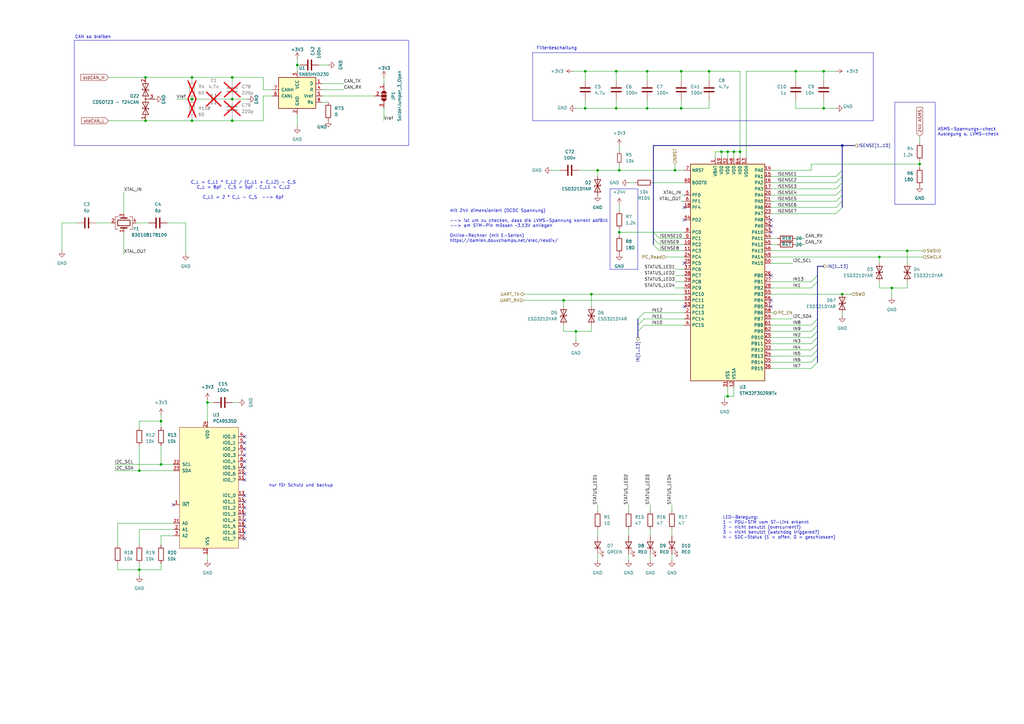
<source format=kicad_sch>
(kicad_sch
	(version 20231120)
	(generator "eeschema")
	(generator_version "8.0")
	(uuid "aa933140-9f4b-4735-968c-43a62bfa3dd4")
	(paper "A3")
	(title_block
		(title "PDU FT25")
		(date "2024-11-23")
		(rev "V1.1")
		(company "Janek Herm")
		(comment 1 "FaSTTUBe Electronics")
	)
	
	(junction
		(at 372.11 102.87)
		(diameter 0)
		(color 0 0 0 0)
		(uuid "011fb3dc-49db-4df5-b559-38f85c6453d7")
	)
	(junction
		(at 240.03 29.21)
		(diameter 0)
		(color 0 0 0 0)
		(uuid "1c1561dd-db1e-4379-88cb-32c62072201a")
	)
	(junction
		(at 59.69 31.75)
		(diameter 0)
		(color 0 0 0 0)
		(uuid "24200dc3-0fe0-44bc-8130-ae619484c55d")
	)
	(junction
		(at 95.25 31.75)
		(diameter 0)
		(color 0 0 0 0)
		(uuid "2909134b-3d57-4d2d-930f-c2f46d76c54e")
	)
	(junction
		(at 377.19 67.31)
		(diameter 0)
		(color 0 0 0 0)
		(uuid "311f828e-ff1f-4cf4-b987-2f4449bd4082")
	)
	(junction
		(at 95.25 49.53)
		(diameter 0)
		(color 0 0 0 0)
		(uuid "32bc5ba3-b62b-42dc-82e3-cb95cb6a2278")
	)
	(junction
		(at 345.44 59.69)
		(diameter 0)
		(color 0 0 0 0)
		(uuid "336ecfe3-4b6c-4c03-ad58-6e9f8ed49a93")
	)
	(junction
		(at 78.74 40.64)
		(diameter 0)
		(color 0 0 0 0)
		(uuid "470305e6-4469-423b-a0b1-e2953ae99fd0")
	)
	(junction
		(at 66.04 190.5)
		(diameter 0)
		(color 0 0 0 0)
		(uuid "48467fea-0433-486a-9774-2145e495967a")
	)
	(junction
		(at 298.45 162.56)
		(diameter 0)
		(color 0 0 0 0)
		(uuid "4a042d06-5575-481b-9363-db3682fcd0d8")
	)
	(junction
		(at 300.99 62.23)
		(diameter 0)
		(color 0 0 0 0)
		(uuid "4a5d67a8-f458-4ca3-8b92-21a112e0f4b4")
	)
	(junction
		(at 85.09 165.1)
		(diameter 0)
		(color 0 0 0 0)
		(uuid "4c74bb33-df4b-46c3-9b1d-12f5cd9e5e5f")
	)
	(junction
		(at 345.44 120.65)
		(diameter 0)
		(color 0 0 0 0)
		(uuid "5313608d-9ab5-48e5-82e8-55e235e03479")
	)
	(junction
		(at 57.15 233.68)
		(diameter 0)
		(color 0 0 0 0)
		(uuid "579d8ae3-f757-42fb-a58f-9c840400fcdd")
	)
	(junction
		(at 337.82 44.45)
		(diameter 0)
		(color 0 0 0 0)
		(uuid "60d16c02-84b1-46a4-a9a4-92263b8dcb49")
	)
	(junction
		(at 231.14 123.19)
		(diameter 0)
		(color 0 0 0 0)
		(uuid "626ea7c1-1f42-4e13-92ec-5605ebdee387")
	)
	(junction
		(at 265.43 29.21)
		(diameter 0)
		(color 0 0 0 0)
		(uuid "67916b88-e6d0-4b5a-9f27-3bf6035e0635")
	)
	(junction
		(at 66.04 172.72)
		(diameter 0)
		(color 0 0 0 0)
		(uuid "68393929-b5b3-4171-bf32-da752b58901a")
	)
	(junction
		(at 240.03 44.45)
		(diameter 0)
		(color 0 0 0 0)
		(uuid "7b12ecee-0c67-4465-8158-f60ce921a82f")
	)
	(junction
		(at 326.39 29.21)
		(diameter 0)
		(color 0 0 0 0)
		(uuid "8065c336-233f-4333-8fb9-b0cf210d8d84")
	)
	(junction
		(at 252.73 29.21)
		(diameter 0)
		(color 0 0 0 0)
		(uuid "81124fb1-9228-4404-b2ec-46da02e0191c")
	)
	(junction
		(at 365.76 118.11)
		(diameter 0)
		(color 0 0 0 0)
		(uuid "82270b0f-876d-4834-8031-39dfa01b2c6f")
	)
	(junction
		(at 57.15 193.04)
		(diameter 0)
		(color 0 0 0 0)
		(uuid "87b3c8f4-734e-40eb-860c-a2d06358816d")
	)
	(junction
		(at 303.53 62.23)
		(diameter 0)
		(color 0 0 0 0)
		(uuid "92181147-f6d9-4a30-9e52-285e8f653835")
	)
	(junction
		(at 78.74 31.75)
		(diameter 0)
		(color 0 0 0 0)
		(uuid "952a4c72-7ac6-4c90-b284-d228a11ad936")
	)
	(junction
		(at 242.57 120.65)
		(diameter 0)
		(color 0 0 0 0)
		(uuid "95a581c5-e4bd-45c4-96a0-197a7042ffb5")
	)
	(junction
		(at 295.91 62.23)
		(diameter 0)
		(color 0 0 0 0)
		(uuid "9d39e635-6ccb-4356-8a35-e6683e33abc6")
	)
	(junction
		(at 265.43 44.45)
		(diameter 0)
		(color 0 0 0 0)
		(uuid "a024b72b-5e3f-46fb-a2e4-a5878e8a88f4")
	)
	(junction
		(at 254 95.25)
		(diameter 0)
		(color 0 0 0 0)
		(uuid "aaccc812-c088-498a-befd-eb96b122b5fd")
	)
	(junction
		(at 276.86 69.85)
		(diameter 0)
		(color 0 0 0 0)
		(uuid "bb8bbc0e-59ca-4c70-96e1-574d2a709031")
	)
	(junction
		(at 236.22 135.89)
		(diameter 0)
		(color 0 0 0 0)
		(uuid "bbf3a917-6a04-4fd5-b852-be679d151fde")
	)
	(junction
		(at 290.83 29.21)
		(diameter 0)
		(color 0 0 0 0)
		(uuid "c3804580-880e-42ec-9ac0-0d99145ce20d")
	)
	(junction
		(at 252.73 44.45)
		(diameter 0)
		(color 0 0 0 0)
		(uuid "cb8dda75-074d-4c4c-adc1-368befa4d039")
	)
	(junction
		(at 245.11 69.85)
		(diameter 0)
		(color 0 0 0 0)
		(uuid "dfeaeceb-2205-4019-aa61-2b137b393fbc")
	)
	(junction
		(at 254 69.85)
		(diameter 0)
		(color 0 0 0 0)
		(uuid "e2b50f20-59e9-4842-97d3-a31cc6b12de2")
	)
	(junction
		(at 121.92 26.67)
		(diameter 0)
		(color 0 0 0 0)
		(uuid "e2d03ef5-6f0d-42ac-b206-09a65441fc7c")
	)
	(junction
		(at 78.74 49.53)
		(diameter 0)
		(color 0 0 0 0)
		(uuid "e3bee0d1-ee56-45a2-b990-12f34ff6079d")
	)
	(junction
		(at 59.69 49.53)
		(diameter 0)
		(color 0 0 0 0)
		(uuid "ecb153c6-64f7-4e6d-ba7e-f8d1a568d9ab")
	)
	(junction
		(at 360.68 105.41)
		(diameter 0)
		(color 0 0 0 0)
		(uuid "efedf725-2801-4356-be55-6b5641a8266e")
	)
	(junction
		(at 95.25 40.64)
		(diameter 0)
		(color 0 0 0 0)
		(uuid "effeb44b-6653-4665-8798-a89e5d31ce18")
	)
	(junction
		(at 337.82 29.21)
		(diameter 0)
		(color 0 0 0 0)
		(uuid "f3432773-749d-40c3-8aa7-240cc93fb599")
	)
	(junction
		(at 298.45 62.23)
		(diameter 0)
		(color 0 0 0 0)
		(uuid "f5034439-030d-403b-8d95-4d009b618e77")
	)
	(junction
		(at 279.4 44.45)
		(diameter 0)
		(color 0 0 0 0)
		(uuid "f79ecdf7-8915-4abb-bd2a-27ce32ad523f")
	)
	(junction
		(at 279.4 29.21)
		(diameter 0)
		(color 0 0 0 0)
		(uuid "fc270b45-755a-4224-a4f1-a9ea4d6490f5")
	)
	(no_connect
		(at 100.33 186.69)
		(uuid "00d0ed88-2bfc-4c34-865b-ea3a2f20116c")
	)
	(no_connect
		(at 100.33 208.28)
		(uuid "02b0f748-e2f7-4b3d-b3db-2ffd71c04543")
	)
	(no_connect
		(at 100.33 189.23)
		(uuid "0743f554-f217-447e-9672-e42c1e61c9b5")
	)
	(no_connect
		(at 316.23 90.17)
		(uuid "075be4a6-f93d-4ab9-bd89-dc240df4e00e")
	)
	(no_connect
		(at 100.33 194.31)
		(uuid "0ba7740a-6dab-44d6-b915-fd5da74cd9d0")
	)
	(no_connect
		(at 316.23 125.73)
		(uuid "0e402498-1ec7-4e50-bcc0-9ff038dc97d5")
	)
	(no_connect
		(at 100.33 196.85)
		(uuid "0f48667d-052a-4f59-93cf-fe7a77815214")
	)
	(no_connect
		(at 316.23 95.25)
		(uuid "3c312b4f-fa58-492d-8a28-9962baf598ef")
	)
	(no_connect
		(at 280.67 125.73)
		(uuid "3d18cbec-9d6d-4b25-acd5-d8fdd5b8b0be")
	)
	(no_connect
		(at 100.33 215.9)
		(uuid "40822289-a03a-4001-87d0-7f7897d9f9db")
	)
	(no_connect
		(at 280.67 90.17)
		(uuid "4865fe96-237f-418e-93a3-2eaf2c765084")
	)
	(no_connect
		(at 316.23 92.71)
		(uuid "510c8434-b139-4ac7-9ea5-f6153de72f0d")
	)
	(no_connect
		(at 100.33 203.2)
		(uuid "5332d9c4-fb0f-46bd-9b73-273ca727ec6c")
	)
	(no_connect
		(at 71.12 207.01)
		(uuid "56bf825b-2d39-4f2d-8492-59b72586464e")
	)
	(no_connect
		(at 100.33 181.61)
		(uuid "779a1c34-460b-4654-9a8b-ce59fbfcaba2")
	)
	(no_connect
		(at 100.33 218.44)
		(uuid "8c5047f8-cb7c-4e9f-acac-db3079f1e980")
	)
	(no_connect
		(at 316.23 113.03)
		(uuid "8dac3224-e958-4a1c-876d-20be0b6c8628")
	)
	(no_connect
		(at 280.67 107.95)
		(uuid "969aafdd-ff23-44c3-be52-b64f08887ca4")
	)
	(no_connect
		(at 280.67 85.09)
		(uuid "99e63ff9-177b-4543-b70d-778349a2a25f")
	)
	(no_connect
		(at 316.23 123.19)
		(uuid "af28ca33-6fae-440e-8467-d8e50d2753e5")
	)
	(no_connect
		(at 100.33 210.82)
		(uuid "b6b1c608-32fd-4df8-8d03-99b86d1c6667")
	)
	(no_connect
		(at 100.33 213.36)
		(uuid "d7427eb2-d12b-490f-8753-e81fe0d7d699")
	)
	(no_connect
		(at 100.33 220.98)
		(uuid "df8d2cd9-9ed4-4296-bb09-cc677a5766fd")
	)
	(no_connect
		(at 100.33 205.74)
		(uuid "e8c6eee0-3d18-4a40-aa9e-b9ca485e246a")
	)
	(no_connect
		(at 100.33 191.77)
		(uuid "e98ff970-5fa4-4e16-8569-413c8bccea6d")
	)
	(no_connect
		(at 100.33 184.15)
		(uuid "f04c8745-5aa1-473b-a439-272803b1dab3")
	)
	(no_connect
		(at 100.33 179.07)
		(uuid "fa828f01-0c07-4fed-bcae-2996bedf0f3f")
	)
	(bus_entry
		(at 342.9 74.93)
		(size 2.54 -2.54)
		(stroke
			(width 0)
			(type default)
		)
		(uuid "0f44c7bf-42fb-4027-bf20-709ad1aa704a")
	)
	(bus_entry
		(at 332.74 143.51)
		(size 2.54 -2.54)
		(stroke
			(width 0)
			(type default)
		)
		(uuid "1a8c4578-18d3-4d5b-9d91-abbaf03e9138")
	)
	(bus_entry
		(at 342.9 82.55)
		(size 2.54 -2.54)
		(stroke
			(width 0)
			(type default)
		)
		(uuid "3746bdc5-d4d0-444e-a59d-ea02833a6a65")
	)
	(bus_entry
		(at 342.9 72.39)
		(size 2.54 -2.54)
		(stroke
			(width 0)
			(type default)
		)
		(uuid "3945f06b-623d-49c3-983b-f40b5edec678")
	)
	(bus_entry
		(at 342.9 87.63)
		(size 2.54 -2.54)
		(stroke
			(width 0)
			(type default)
		)
		(uuid "3ff9cecd-8190-4579-b1d8-07f660d68860")
	)
	(bus_entry
		(at 332.74 118.11)
		(size 2.54 -2.54)
		(stroke
			(width 0)
			(type default)
		)
		(uuid "4957f270-e681-45e8-a176-90f5101326f9")
	)
	(bus_entry
		(at 342.9 77.47)
		(size 2.54 -2.54)
		(stroke
			(width 0)
			(type default)
		)
		(uuid "4c8b6feb-847b-42b4-8753-f006923bda77")
	)
	(bus_entry
		(at 264.16 133.35)
		(size -2.54 2.54)
		(stroke
			(width 0)
			(type default)
		)
		(uuid "52c108e7-42d8-40ea-9646-fd41e1b7635a")
	)
	(bus_entry
		(at 332.74 133.35)
		(size 2.54 -2.54)
		(stroke
			(width 0)
			(type default)
		)
		(uuid "56b096de-f889-42c6-a376-cc718212d028")
	)
	(bus_entry
		(at 332.74 140.97)
		(size 2.54 -2.54)
		(stroke
			(width 0)
			(type default)
		)
		(uuid "579023c9-aee9-4289-bcef-52162fcd86e4")
	)
	(bus_entry
		(at 264.16 128.27)
		(size -2.54 2.54)
		(stroke
			(width 0)
			(type default)
		)
		(uuid "5a9829a9-2752-40b1-90db-78e699e955aa")
	)
	(bus_entry
		(at 270.51 100.33)
		(size -2.54 -2.54)
		(stroke
			(width 0)
			(type default)
		)
		(uuid "64135b90-3a0c-4804-9fde-547c8272c55d")
	)
	(bus_entry
		(at 270.51 97.79)
		(size -2.54 -2.54)
		(stroke
			(width 0)
			(type default)
		)
		(uuid "6719ffa9-6a4f-44fe-8a9a-c324cb13ff44")
	)
	(bus_entry
		(at 264.16 130.81)
		(size -2.54 2.54)
		(stroke
			(width 0)
			(type default)
		)
		(uuid "6d55b9a8-3776-4f25-929e-c56e410e4a49")
	)
	(bus_entry
		(at 332.74 115.57)
		(size 2.54 -2.54)
		(stroke
			(width 0)
			(type default)
		)
		(uuid "7447557f-810c-4ffc-b3cf-e8a8b88576b2")
	)
	(bus_entry
		(at 270.51 102.87)
		(size -2.54 -2.54)
		(stroke
			(width 0)
			(type default)
		)
		(uuid "7ed18590-037b-413d-a1f3-a02291ce0ea9")
	)
	(bus_entry
		(at 332.74 148.59)
		(size 2.54 -2.54)
		(stroke
			(width 0)
			(type default)
		)
		(uuid "808fcb53-b6eb-4126-b4a3-839040796060")
	)
	(bus_entry
		(at 332.74 138.43)
		(size 2.54 -2.54)
		(stroke
			(width 0)
			(type default)
		)
		(uuid "90d7f3a5-58af-4177-955c-92363bd0700d")
	)
	(bus_entry
		(at 332.74 151.13)
		(size 2.54 -2.54)
		(stroke
			(width 0)
			(type default)
		)
		(uuid "96e2509f-440b-4476-a949-5afab6fe1157")
	)
	(bus_entry
		(at 342.9 80.01)
		(size 2.54 -2.54)
		(stroke
			(width 0)
			(type default)
		)
		(uuid "b0a68681-9431-48bb-8eb2-62215f344ead")
	)
	(bus_entry
		(at 342.9 85.09)
		(size 2.54 -2.54)
		(stroke
			(width 0)
			(type default)
		)
		(uuid "ea1a9b47-f76d-4abc-b8f5-fd23807434c3")
	)
	(bus_entry
		(at 332.74 146.05)
		(size 2.54 -2.54)
		(stroke
			(width 0)
			(type default)
		)
		(uuid "f601e2f6-d62a-4439-b759-53677e622b58")
	)
	(bus_entry
		(at 332.74 135.89)
		(size 2.54 -2.54)
		(stroke
			(width 0)
			(type default)
		)
		(uuid "fb76438c-e197-4f72-9ef1-1130912a6e42")
	)
	(wire
		(pts
			(xy 46.99 190.5) (xy 66.04 190.5)
		)
		(stroke
			(width 0)
			(type default)
		)
		(uuid "01c10be1-8d82-4a65-8b94-9ab0f67f3ba9")
	)
	(wire
		(pts
			(xy 377.19 58.42) (xy 377.19 55.88)
		)
		(stroke
			(width 0)
			(type default)
		)
		(uuid "02d18d42-d97e-4718-876a-30117100b9d9")
	)
	(wire
		(pts
			(xy 279.4 44.45) (xy 290.83 44.45)
		)
		(stroke
			(width 0)
			(type default)
		)
		(uuid "04342634-bf56-4170-94fb-99898055f07c")
	)
	(wire
		(pts
			(xy 121.92 26.67) (xy 123.19 26.67)
		)
		(stroke
			(width 0)
			(type default)
		)
		(uuid "04624f39-4f16-4cd8-945f-0c0f280b88d6")
	)
	(wire
		(pts
			(xy 111.76 36.83) (xy 107.95 36.83)
		)
		(stroke
			(width 0)
			(type default)
		)
		(uuid "04ce5f16-006c-484e-9448-6f35bc303ded")
	)
	(wire
		(pts
			(xy 298.45 64.77) (xy 298.45 62.23)
		)
		(stroke
			(width 0)
			(type default)
		)
		(uuid "0635cc89-ab21-411b-b2fb-734cbbdf8e6c")
	)
	(wire
		(pts
			(xy 72.39 40.64) (xy 78.74 40.64)
		)
		(stroke
			(width 0)
			(type default)
		)
		(uuid "067e1c89-22ea-4cd0-ac58-970449aa4157")
	)
	(wire
		(pts
			(xy 360.68 118.11) (xy 365.76 118.11)
		)
		(stroke
			(width 0)
			(type default)
		)
		(uuid "06af84a9-4fe0-46df-a673-fdffb9ae579b")
	)
	(wire
		(pts
			(xy 265.43 44.45) (xy 279.4 44.45)
		)
		(stroke
			(width 0)
			(type default)
		)
		(uuid "06cd50e4-a84d-4173-93ad-9c195c5ec8b1")
	)
	(wire
		(pts
			(xy 132.08 36.83) (xy 140.97 36.83)
		)
		(stroke
			(width 0)
			(type default)
		)
		(uuid "07d36fce-b92d-4ebb-924c-b0c58b3ef7ca")
	)
	(wire
		(pts
			(xy 254 95.25) (xy 267.97 95.25)
		)
		(stroke
			(width 0)
			(type default)
		)
		(uuid "08e5a2d8-f52d-4e51-88ae-1aa4173a3966")
	)
	(wire
		(pts
			(xy 326.39 100.33) (xy 330.2 100.33)
		)
		(stroke
			(width 0)
			(type default)
		)
		(uuid "09722ccd-1166-497f-a94c-e44e9be372b5")
	)
	(wire
		(pts
			(xy 48.26 231.14) (xy 48.26 233.68)
		)
		(stroke
			(width 0)
			(type default)
		)
		(uuid "0ac7b722-c4a9-4b58-b59a-e29b86535223")
	)
	(wire
		(pts
			(xy 293.37 62.23) (xy 295.91 62.23)
		)
		(stroke
			(width 0)
			(type default)
		)
		(uuid "0ad49cbe-2a59-4aad-8360-58993f3de25e")
	)
	(wire
		(pts
			(xy 273.05 105.41) (xy 280.67 105.41)
		)
		(stroke
			(width 0)
			(type default)
		)
		(uuid "0bc28ca4-8f1e-4623-ac18-3bdbbf65d63a")
	)
	(wire
		(pts
			(xy 316.23 130.81) (xy 325.12 130.81)
		)
		(stroke
			(width 0)
			(type default)
		)
		(uuid "0bc604da-ec50-48b0-a3ef-631c7c5d0f8a")
	)
	(wire
		(pts
			(xy 266.7 207.01) (xy 266.7 209.55)
		)
		(stroke
			(width 0)
			(type default)
		)
		(uuid "0bf4fa6e-f353-4c5b-89b0-744fdf8daf9d")
	)
	(wire
		(pts
			(xy 78.74 31.75) (xy 78.74 33.02)
		)
		(stroke
			(width 0)
			(type default)
		)
		(uuid "0ea186d4-0575-4211-a5c2-c47d1a397213")
	)
	(wire
		(pts
			(xy 71.12 193.04) (xy 57.15 193.04)
		)
		(stroke
			(width 0)
			(type default)
		)
		(uuid "10c76f8f-8700-456c-88c1-f1aa9c25eedd")
	)
	(bus
		(pts
			(xy 261.62 130.81) (xy 261.62 133.35)
		)
		(stroke
			(width 0)
			(type default)
		)
		(uuid "11f67c83-3ffd-46d0-aec1-8c99a833f6e3")
	)
	(wire
		(pts
			(xy 240.03 44.45) (xy 252.73 44.45)
		)
		(stroke
			(width 0)
			(type default)
		)
		(uuid "1231f68a-96d2-44b7-8d3c-b74c91867cc1")
	)
	(wire
		(pts
			(xy 78.74 48.26) (xy 78.74 49.53)
		)
		(stroke
			(width 0)
			(type default)
		)
		(uuid "129613d9-101d-4f0c-8d4a-a64ce9206fbe")
	)
	(wire
		(pts
			(xy 252.73 29.21) (xy 265.43 29.21)
		)
		(stroke
			(width 0)
			(type default)
		)
		(uuid "1351a6f2-d547-4c92-a7bd-fc66aa2b7b1c")
	)
	(wire
		(pts
			(xy 59.69 31.75) (xy 78.74 31.75)
		)
		(stroke
			(width 0)
			(type default)
		)
		(uuid "13ff90a7-64c3-4c39-bfde-af322b8ef136")
	)
	(wire
		(pts
			(xy 242.57 133.35) (xy 242.57 135.89)
		)
		(stroke
			(width 0)
			(type default)
		)
		(uuid "1465ca23-40a4-46ec-b0f8-03f7ee145ad2")
	)
	(wire
		(pts
			(xy 85.09 165.1) (xy 87.63 165.1)
		)
		(stroke
			(width 0)
			(type default)
		)
		(uuid "148b4225-d182-4bb6-9de1-701e6dbdada6")
	)
	(wire
		(pts
			(xy 132.08 41.91) (xy 134.62 41.91)
		)
		(stroke
			(width 0)
			(type default)
		)
		(uuid "14f3c7a6-d742-4322-bb88-1c8b862b32bd")
	)
	(wire
		(pts
			(xy 316.23 85.09) (xy 342.9 85.09)
		)
		(stroke
			(width 0)
			(type default)
		)
		(uuid "1563780a-b8ea-48ce-ab08-85a32f8ef187")
	)
	(wire
		(pts
			(xy 50.8 78.74) (xy 50.8 87.63)
		)
		(stroke
			(width 0)
			(type default)
		)
		(uuid "156a91e1-7575-43e4-ad21-502973462c11")
	)
	(wire
		(pts
			(xy 231.14 135.89) (xy 231.14 133.35)
		)
		(stroke
			(width 0)
			(type default)
		)
		(uuid "157e1d50-e501-4dc1-82d3-3f6de57d9811")
	)
	(wire
		(pts
			(xy 242.57 120.65) (xy 280.67 120.65)
		)
		(stroke
			(width 0)
			(type default)
		)
		(uuid "1c82b389-0ccd-411f-b0dd-64169c5ee93b")
	)
	(wire
		(pts
			(xy 245.11 227.33) (xy 245.11 229.87)
		)
		(stroke
			(width 0)
			(type default)
		)
		(uuid "1f718422-99da-4137-9d23-e032c03b928c")
	)
	(wire
		(pts
			(xy 78.74 49.53) (xy 95.25 49.53)
		)
		(stroke
			(width 0)
			(type default)
		)
		(uuid "20098200-20b7-498b-9c5a-1c253e7e5f5b")
	)
	(bus
		(pts
			(xy 345.44 69.85) (xy 345.44 72.39)
		)
		(stroke
			(width 0)
			(type default)
		)
		(uuid "2251dd67-3d1a-45bd-95a7-174c40e8a15b")
	)
	(wire
		(pts
			(xy 66.04 182.88) (xy 66.04 190.5)
		)
		(stroke
			(width 0)
			(type default)
		)
		(uuid "2372e0d3-7fbc-4289-bd6b-9c3a6da3c8d6")
	)
	(wire
		(pts
			(xy 60.96 91.44) (xy 55.88 91.44)
		)
		(stroke
			(width 0)
			(type default)
		)
		(uuid "237a38f9-6614-4bbc-b48b-aa6c4183ece0")
	)
	(wire
		(pts
			(xy 377.19 66.04) (xy 377.19 67.31)
		)
		(stroke
			(width 0)
			(type default)
		)
		(uuid "242ca8e3-8ac4-4d29-8295-d68ee03413d1")
	)
	(wire
		(pts
			(xy 372.11 102.87) (xy 378.46 102.87)
		)
		(stroke
			(width 0)
			(type default)
		)
		(uuid "24abb6d5-4626-4519-b279-895ef4faf25c")
	)
	(wire
		(pts
			(xy 121.92 24.13) (xy 121.92 26.67)
		)
		(stroke
			(width 0)
			(type default)
		)
		(uuid "253308ce-4f34-45f1-a309-15a60f1e19ef")
	)
	(bus
		(pts
			(xy 335.28 130.81) (xy 335.28 133.35)
		)
		(stroke
			(width 0)
			(type default)
		)
		(uuid "25755da5-b2ff-4cff-8bc2-24cd8eade220")
	)
	(bus
		(pts
			(xy 345.44 74.93) (xy 345.44 77.47)
		)
		(stroke
			(width 0)
			(type default)
		)
		(uuid "262d263f-f433-4679-862b-308035de0a2b")
	)
	(wire
		(pts
			(xy 377.19 67.31) (xy 377.19 68.58)
		)
		(stroke
			(width 0)
			(type default)
		)
		(uuid "26bc09cc-8c0a-4375-86fc-e47074c1f63b")
	)
	(wire
		(pts
			(xy 44.45 49.53) (xy 59.69 49.53)
		)
		(stroke
			(width 0)
			(type default)
		)
		(uuid "274e5ee3-d781-4532-b53c-05387a81ff92")
	)
	(wire
		(pts
			(xy 46.99 193.04) (xy 57.15 193.04)
		)
		(stroke
			(width 0)
			(type default)
		)
		(uuid "284044e3-c554-4a4b-906c-ccf5e3689f9f")
	)
	(wire
		(pts
			(xy 316.23 118.11) (xy 332.74 118.11)
		)
		(stroke
			(width 0)
			(type default)
		)
		(uuid "2887116b-bea2-468f-885b-5166edebab89")
	)
	(wire
		(pts
			(xy 95.25 48.26) (xy 95.25 49.53)
		)
		(stroke
			(width 0)
			(type default)
		)
		(uuid "2c36341c-e8ad-4c3f-828b-51d06c455951")
	)
	(wire
		(pts
			(xy 231.14 123.19) (xy 231.14 125.73)
		)
		(stroke
			(width 0)
			(type default)
		)
		(uuid "2c550914-75dd-41a4-85f1-6281fd0a4d4b")
	)
	(wire
		(pts
			(xy 297.18 162.56) (xy 297.18 163.83)
		)
		(stroke
			(width 0)
			(type default)
		)
		(uuid "2e6a84cd-4428-4a5b-8eac-d5d5a9e09196")
	)
	(wire
		(pts
			(xy 265.43 44.45) (xy 252.73 44.45)
		)
		(stroke
			(width 0)
			(type default)
		)
		(uuid "30049d16-312a-40c3-b4e3-d52ec94734e7")
	)
	(bus
		(pts
			(xy 335.28 146.05) (xy 335.28 148.59)
		)
		(stroke
			(width 0)
			(type default)
		)
		(uuid "309f5f35-3328-4fa8-b4c3-460525690a03")
	)
	(wire
		(pts
			(xy 59.69 49.53) (xy 78.74 49.53)
		)
		(stroke
			(width 0)
			(type default)
		)
		(uuid "30aaf3a0-4d2c-4c09-8330-c952bee69405")
	)
	(wire
		(pts
			(xy 316.23 72.39) (xy 342.9 72.39)
		)
		(stroke
			(width 0)
			(type default)
		)
		(uuid "31d32d8b-498b-4e2e-a65c-ff11263582c5")
	)
	(wire
		(pts
			(xy 254 86.36) (xy 254 83.82)
		)
		(stroke
			(width 0)
			(type default)
		)
		(uuid "336dd7a3-3351-448e-a2f7-0a868d778216")
	)
	(wire
		(pts
			(xy 236.22 135.89) (xy 236.22 139.7)
		)
		(stroke
			(width 0)
			(type default)
		)
		(uuid "3391f9c0-1432-4401-8274-c3c771b182a4")
	)
	(bus
		(pts
			(xy 267.97 95.25) (xy 267.97 97.79)
		)
		(stroke
			(width 0)
			(type default)
		)
		(uuid "33f73685-2792-44e9-b5b0-05bbf7fcddaf")
	)
	(wire
		(pts
			(xy 266.7 217.17) (xy 266.7 219.71)
		)
		(stroke
			(width 0)
			(type default)
		)
		(uuid "34478a33-d1b1-4338-b1b6-16785ed628a0")
	)
	(bus
		(pts
			(xy 345.44 59.69) (xy 345.44 69.85)
		)
		(stroke
			(width 0)
			(type default)
		)
		(uuid "35dec71b-26c6-47fc-8b49-5e8e283a85f2")
	)
	(wire
		(pts
			(xy 39.37 91.44) (xy 45.72 91.44)
		)
		(stroke
			(width 0)
			(type default)
		)
		(uuid "36c25c5f-bef6-4b8d-872a-cb5f3de296cf")
	)
	(wire
		(pts
			(xy 48.26 214.63) (xy 48.26 223.52)
		)
		(stroke
			(width 0)
			(type default)
		)
		(uuid "3734fd42-1a58-4133-a33f-53ff0e15d0e6")
	)
	(wire
		(pts
			(xy 270.51 100.33) (xy 280.67 100.33)
		)
		(stroke
			(width 0)
			(type default)
		)
		(uuid "374ea217-4be8-4b55-9567-a3387401ee1c")
	)
	(wire
		(pts
			(xy 342.9 44.45) (xy 337.82 44.45)
		)
		(stroke
			(width 0)
			(type default)
		)
		(uuid "380ed02c-02ec-493d-8e7a-a4d524cb20de")
	)
	(wire
		(pts
			(xy 71.12 219.71) (xy 66.04 219.71)
		)
		(stroke
			(width 0)
			(type default)
		)
		(uuid "384737a6-fb73-4ec1-9185-66230b794f5e")
	)
	(wire
		(pts
			(xy 316.23 138.43) (xy 332.74 138.43)
		)
		(stroke
			(width 0)
			(type default)
		)
		(uuid "3a208043-40df-48e3-96d8-2487d26fc72c")
	)
	(wire
		(pts
			(xy 236.22 44.45) (xy 240.03 44.45)
		)
		(stroke
			(width 0)
			(type default)
		)
		(uuid "3ad73296-22dc-403c-848b-592e5ee820e8")
	)
	(wire
		(pts
			(xy 85.09 163.83) (xy 85.09 165.1)
		)
		(stroke
			(width 0)
			(type default)
		)
		(uuid "3add3ab2-4580-4d88-85fa-0a6e63433b5c")
	)
	(wire
		(pts
			(xy 280.67 118.11) (xy 276.86 118.11)
		)
		(stroke
			(width 0)
			(type default)
		)
		(uuid "3bf0defa-f434-4da3-9852-926b797769df")
	)
	(wire
		(pts
			(xy 306.07 29.21) (xy 326.39 29.21)
		)
		(stroke
			(width 0)
			(type default)
		)
		(uuid "3cf2ceea-35e9-4eb7-a160-b660911651bb")
	)
	(wire
		(pts
			(xy 267.97 95.25) (xy 280.67 95.25)
		)
		(stroke
			(width 0)
			(type default)
		)
		(uuid "3d16aa63-6a30-475f-8032-7202d08f3907")
	)
	(wire
		(pts
			(xy 316.23 133.35) (xy 332.74 133.35)
		)
		(stroke
			(width 0)
			(type default)
		)
		(uuid "3e4b90b5-23af-4990-a30f-addd83c93519")
	)
	(wire
		(pts
			(xy 280.67 130.81) (xy 264.16 130.81)
		)
		(stroke
			(width 0)
			(type default)
		)
		(uuid "3f3265f9-c18a-4c90-9076-96d9d1762ce8")
	)
	(wire
		(pts
			(xy 303.53 62.23) (xy 303.53 29.21)
		)
		(stroke
			(width 0)
			(type default)
		)
		(uuid "3fbf1dcd-d369-4d97-86e5-0d64166f1695")
	)
	(wire
		(pts
			(xy 111.76 39.37) (xy 107.95 39.37)
		)
		(stroke
			(width 0)
			(type default)
		)
		(uuid "433a9bd0-c4d3-45af-9bb9-a8a1648b5d0a")
	)
	(wire
		(pts
			(xy 44.45 31.75) (xy 59.69 31.75)
		)
		(stroke
			(width 0)
			(type default)
		)
		(uuid "4412c598-e00c-403a-a5e8-1df1ebe79e2c")
	)
	(bus
		(pts
			(xy 345.44 77.47) (xy 345.44 80.01)
		)
		(stroke
			(width 0)
			(type default)
		)
		(uuid "446d3b8a-b184-43ef-a483-c9827ee7e5e8")
	)
	(wire
		(pts
			(xy 279.4 29.21) (xy 290.83 29.21)
		)
		(stroke
			(width 0)
			(type default)
		)
		(uuid "44b7664b-4334-4003-b151-630ab004c928")
	)
	(wire
		(pts
			(xy 372.11 118.11) (xy 365.76 118.11)
		)
		(stroke
			(width 0)
			(type default)
		)
		(uuid "4800bad9-6f06-4d3c-bf38-d17eb414de1d")
	)
	(wire
		(pts
			(xy 134.62 26.67) (xy 130.81 26.67)
		)
		(stroke
			(width 0)
			(type default)
		)
		(uuid "488018a1-c63c-4e72-9bd5-1976cce0172a")
	)
	(wire
		(pts
			(xy 316.23 115.57) (xy 332.74 115.57)
		)
		(stroke
			(width 0)
			(type default)
		)
		(uuid "49c8365a-ca95-400b-ad63-9129e1136d9e")
	)
	(wire
		(pts
			(xy 300.99 64.77) (xy 300.99 62.23)
		)
		(stroke
			(width 0)
			(type default)
		)
		(uuid "4a81f28c-0a6a-4076-8b7b-e8bba29c0ade")
	)
	(wire
		(pts
			(xy 360.68 105.41) (xy 378.46 105.41)
		)
		(stroke
			(width 0)
			(type default)
		)
		(uuid "4b0fb995-16e8-4924-9090-aa604e816928")
	)
	(wire
		(pts
			(xy 265.43 40.64) (xy 265.43 44.45)
		)
		(stroke
			(width 0)
			(type default)
		)
		(uuid "4b690891-d34d-4a2c-b54b-a2bcf5e0cc9f")
	)
	(bus
		(pts
			(xy 267.97 59.69) (xy 267.97 95.25)
		)
		(stroke
			(width 0)
			(type default)
		)
		(uuid "4ba8ccba-e453-4230-9b0a-2d1e0788caac")
	)
	(wire
		(pts
			(xy 78.74 40.64) (xy 83.82 40.64)
		)
		(stroke
			(width 0)
			(type default)
		)
		(uuid "4bd024fb-1685-452e-a6bf-c127e24ffee7")
	)
	(wire
		(pts
			(xy 280.67 113.03) (xy 276.86 113.03)
		)
		(stroke
			(width 0)
			(type default)
		)
		(uuid "4d686276-809a-44e4-b3e6-33295a39cb5e")
	)
	(wire
		(pts
			(xy 316.23 105.41) (xy 360.68 105.41)
		)
		(stroke
			(width 0)
			(type default)
		)
		(uuid "5041efb4-b0cd-4bdc-8e62-0fcb005a0b74")
	)
	(wire
		(pts
			(xy 345.44 120.65) (xy 349.25 120.65)
		)
		(stroke
			(width 0)
			(type default)
		)
		(uuid "5142e485-75a2-4b99-8639-39b54d2807f6")
	)
	(wire
		(pts
			(xy 316.23 74.93) (xy 342.9 74.93)
		)
		(stroke
			(width 0)
			(type default)
		)
		(uuid "51c6b7a0-c71a-4d20-abba-9f1e5de5eaa8")
	)
	(wire
		(pts
			(xy 214.63 120.65) (xy 242.57 120.65)
		)
		(stroke
			(width 0)
			(type default)
		)
		(uuid "5207cf23-6b89-48ca-94f2-bc37a24192fc")
	)
	(wire
		(pts
			(xy 267.97 74.93) (xy 280.67 74.93)
		)
		(stroke
			(width 0)
			(type default)
		)
		(uuid "5457882c-466e-435a-a493-eb45347e573f")
	)
	(wire
		(pts
			(xy 254 93.98) (xy 254 95.25)
		)
		(stroke
			(width 0)
			(type default)
		)
		(uuid "5594d980-1253-4a7d-8f92-fa49c6434d84")
	)
	(wire
		(pts
			(xy 275.59 227.33) (xy 275.59 229.87)
		)
		(stroke
			(width 0)
			(type default)
		)
		(uuid "573af0e6-6fab-4c99-875e-6675a452eab1")
	)
	(wire
		(pts
			(xy 290.83 33.02) (xy 290.83 29.21)
		)
		(stroke
			(width 0)
			(type default)
		)
		(uuid "5762d99e-3126-4890-9607-31256a488ae7")
	)
	(wire
		(pts
			(xy 316.23 143.51) (xy 332.74 143.51)
		)
		(stroke
			(width 0)
			(type default)
		)
		(uuid "57c4bab5-a989-445b-aaad-9f7fb046ca6b")
	)
	(wire
		(pts
			(xy 240.03 29.21) (xy 252.73 29.21)
		)
		(stroke
			(width 0)
			(type default)
		)
		(uuid "592440ee-12c4-4be4-984c-ce759230f308")
	)
	(wire
		(pts
			(xy 254 69.85) (xy 276.86 69.85)
		)
		(stroke
			(width 0)
			(type default)
		)
		(uuid "5bff72cf-84d5-4a35-a479-cee7167288e0")
	)
	(wire
		(pts
			(xy 66.04 170.18) (xy 66.04 172.72)
		)
		(stroke
			(width 0)
			(type default)
		)
		(uuid "5dfb4410-e1b2-4180-8f28-eccf0e90cef4")
	)
	(wire
		(pts
			(xy 298.45 162.56) (xy 297.18 162.56)
		)
		(stroke
			(width 0)
			(type default)
		)
		(uuid "5fa66723-a87b-4fd8-a7ed-6a6ee875c26b")
	)
	(bus
		(pts
			(xy 335.28 138.43) (xy 335.28 140.97)
		)
		(stroke
			(width 0)
			(type default)
		)
		(uuid "61312873-5fe1-42fd-9fb3-f775d083cf32")
	)
	(wire
		(pts
			(xy 85.09 165.1) (xy 85.09 172.72)
		)
		(stroke
			(width 0)
			(type default)
		)
		(uuid "62c870cc-863d-4e32-ba88-ef193766af3a")
	)
	(bus
		(pts
			(xy 345.44 80.01) (xy 345.44 82.55)
		)
		(stroke
			(width 0)
			(type default)
		)
		(uuid "63056bca-8aa2-4c61-9c04-4ba2d5dd7eae")
	)
	(wire
		(pts
			(xy 57.15 217.17) (xy 57.15 223.52)
		)
		(stroke
			(width 0)
			(type default)
		)
		(uuid "63cfe862-1b60-4147-a48c-872b3c237368")
	)
	(wire
		(pts
			(xy 318.77 97.79) (xy 316.23 97.79)
		)
		(stroke
			(width 0)
			(type default)
		)
		(uuid "640e7ef2-ac50-4a3d-b491-720fc4ede5e4")
	)
	(wire
		(pts
			(xy 265.43 29.21) (xy 279.4 29.21)
		)
		(stroke
			(width 0)
			(type default)
		)
		(uuid "66b9af82-6c1b-407a-b830-0a7aa102153f")
	)
	(wire
		(pts
			(xy 245.11 69.85) (xy 254 69.85)
		)
		(stroke
			(width 0)
			(type default)
		)
		(uuid "66fbc815-56c4-4aa8-8b02-e2734d7501f7")
	)
	(wire
		(pts
			(xy 76.2 104.14) (xy 76.2 91.44)
		)
		(stroke
			(width 0)
			(type default)
		)
		(uuid "6760abfc-8efe-43dd-b4af-004d7b033428")
	)
	(wire
		(pts
			(xy 316.23 135.89) (xy 332.74 135.89)
		)
		(stroke
			(width 0)
			(type default)
		)
		(uuid "6b3f2e83-c285-4a0e-812a-970aa35eb8f3")
	)
	(wire
		(pts
			(xy 66.04 172.72) (xy 66.04 175.26)
		)
		(stroke
			(width 0)
			(type default)
		)
		(uuid "6b960ee9-e619-4056-ab5e-ecaea727a4da")
	)
	(wire
		(pts
			(xy 280.67 115.57) (xy 276.86 115.57)
		)
		(stroke
			(width 0)
			(type default)
		)
		(uuid "6c1e18e5-29de-4d47-831a-a5fba3321085")
	)
	(wire
		(pts
			(xy 276.86 67.31) (xy 276.86 69.85)
		)
		(stroke
			(width 0)
			(type default)
		)
		(uuid "70625563-a097-4b0a-a81d-15bb826a1032")
	)
	(wire
		(pts
			(xy 231.14 123.19) (xy 280.67 123.19)
		)
		(stroke
			(width 0)
			(type default)
		)
		(uuid "71fbcbc7-bf8a-4a19-9647-4c101a51522e")
	)
	(wire
		(pts
			(xy 71.12 214.63) (xy 48.26 214.63)
		)
		(stroke
			(width 0)
			(type default)
		)
		(uuid "72cc7940-d8f6-4fdf-82f5-f94fe74b72b2")
	)
	(wire
		(pts
			(xy 242.57 120.65) (xy 242.57 125.73)
		)
		(stroke
			(width 0)
			(type default)
		)
		(uuid "73b98dab-d36d-4942-84f4-1c29626f61b6")
	)
	(wire
		(pts
			(xy 95.25 165.1) (xy 97.79 165.1)
		)
		(stroke
			(width 0)
			(type default)
		)
		(uuid "77c9717d-4354-42c8-8282-fc996f8e008d")
	)
	(wire
		(pts
			(xy 316.23 151.13) (xy 332.74 151.13)
		)
		(stroke
			(width 0)
			(type default)
		)
		(uuid "78a1b69a-85ae-4515-a0a1-e32eb2d8856e")
	)
	(wire
		(pts
			(xy 257.81 217.17) (xy 257.81 219.71)
		)
		(stroke
			(width 0)
			(type default)
		)
		(uuid "791a09bf-b5e3-4a76-ab8d-ab77a05166b1")
	)
	(wire
		(pts
			(xy 316.23 120.65) (xy 345.44 120.65)
		)
		(stroke
			(width 0)
			(type default)
		)
		(uuid "7afe081f-ff81-4631-9152-55ea34458800")
	)
	(wire
		(pts
			(xy 275.59 217.17) (xy 275.59 219.71)
		)
		(stroke
			(width 0)
			(type default)
		)
		(uuid "7bccdd04-4201-4262-afdb-1f717b63954d")
	)
	(wire
		(pts
			(xy 365.76 118.11) (xy 365.76 121.92)
		)
		(stroke
			(width 0)
			(type default)
		)
		(uuid "7ce15126-e46f-450a-88cf-bf021729bbd4")
	)
	(wire
		(pts
			(xy 300.99 162.56) (xy 298.45 162.56)
		)
		(stroke
			(width 0)
			(type default)
		)
		(uuid "7d3688bd-ee5d-46b9-bb87-c57b2f2ef841")
	)
	(wire
		(pts
			(xy 372.11 102.87) (xy 372.11 107.95)
		)
		(stroke
			(width 0)
			(type default)
		)
		(uuid "7d8e42e8-1bd0-4296-9880-9fba3a45d953")
	)
	(wire
		(pts
			(xy 157.48 44.45) (xy 157.48 49.53)
		)
		(stroke
			(width 0)
			(type default)
		)
		(uuid "7e2d27f6-8dc6-4db9-a014-b25d12f38c27")
	)
	(wire
		(pts
			(xy 318.77 100.33) (xy 316.23 100.33)
		)
		(stroke
			(width 0)
			(type default)
		)
		(uuid "7e9898dd-c6fc-4604-8d67-25d9df0d3ea7")
	)
	(wire
		(pts
			(xy 316.23 146.05) (xy 332.74 146.05)
		)
		(stroke
			(width 0)
			(type default)
		)
		(uuid "7ef32392-76db-40d3-a157-49cf1b4ba958")
	)
	(wire
		(pts
			(xy 252.73 44.45) (xy 252.73 40.64)
		)
		(stroke
			(width 0)
			(type default)
		)
		(uuid "7f21f788-b78d-4607-b25e-c29c60fd01ee")
	)
	(wire
		(pts
			(xy 332.74 67.31) (xy 377.19 67.31)
		)
		(stroke
			(width 0)
			(type default)
		)
		(uuid "81caabdd-9375-4e6a-b542-c27f630f4e32")
	)
	(wire
		(pts
			(xy 245.11 217.17) (xy 245.11 219.71)
		)
		(stroke
			(width 0)
			(type default)
		)
		(uuid "83d840ed-51d0-4a2b-8c4b-8841ec896b9f")
	)
	(wire
		(pts
			(xy 280.67 110.49) (xy 276.86 110.49)
		)
		(stroke
			(width 0)
			(type default)
		)
		(uuid "84ae6afc-bf8f-4321-8fe0-1256ddb2d700")
	)
	(wire
		(pts
			(xy 279.4 80.01) (xy 280.67 80.01)
		)
		(stroke
			(width 0)
			(type default)
		)
		(uuid "84f07f24-75f3-4cc7-b54e-ff3a21911909")
	)
	(wire
		(pts
			(xy 298.45 158.75) (xy 298.45 162.56)
		)
		(stroke
			(width 0)
			(type default)
		)
		(uuid "8505f2cd-1e7f-4f98-99a1-831800ae8140")
	)
	(wire
		(pts
			(xy 316.23 69.85) (xy 332.74 69.85)
		)
		(stroke
			(width 0)
			(type default)
		)
		(uuid "85819cca-689f-47d8-b803-634eac7c9223")
	)
	(wire
		(pts
			(xy 132.08 39.37) (xy 153.67 39.37)
		)
		(stroke
			(width 0)
			(type default)
		)
		(uuid "85e8d5ff-9194-472a-81fe-81f1d2fb2bc7")
	)
	(wire
		(pts
			(xy 279.4 29.21) (xy 279.4 33.02)
		)
		(stroke
			(width 0)
			(type default)
		)
		(uuid "86594fa4-96ef-4b6b-9fb4-99fd99a23170")
	)
	(wire
		(pts
			(xy 226.06 69.85) (xy 229.87 69.85)
		)
		(stroke
			(width 0)
			(type default)
		)
		(uuid "872cc783-8f89-4a31-8d69-30669783acd4")
	)
	(wire
		(pts
			(xy 298.45 62.23) (xy 300.99 62.23)
		)
		(stroke
			(width 0)
			(type default)
		)
		(uuid "87ddc8b3-f1a2-4d1c-91e8-606172ec47d6")
	)
	(wire
		(pts
			(xy 280.67 133.35) (xy 264.16 133.35)
		)
		(stroke
			(width 0)
			(type default)
		)
		(uuid "8ce71bf8-38df-41cb-ae3c-5807499f1b40")
	)
	(wire
		(pts
			(xy 280.67 69.85) (xy 276.86 69.85)
		)
		(stroke
			(width 0)
			(type default)
		)
		(uuid "8e0c6015-c75f-4b40-8b31-6060fd9d7bdd")
	)
	(wire
		(pts
			(xy 257.81 207.01) (xy 257.81 209.55)
		)
		(stroke
			(width 0)
			(type default)
		)
		(uuid "91ab24a6-f08a-4e60-9cc2-e845e9436609")
	)
	(bus
		(pts
			(xy 335.28 133.35) (xy 335.28 135.89)
		)
		(stroke
			(width 0)
			(type default)
		)
		(uuid "93bb8650-5aae-410b-ba61-fa515d094bda")
	)
	(bus
		(pts
			(xy 267.97 59.69) (xy 345.44 59.69)
		)
		(stroke
			(width 0)
			(type default)
		)
		(uuid "96952c6d-506e-454c-b2d9-0948ab51e964")
	)
	(wire
		(pts
			(xy 260.35 74.93) (xy 257.81 74.93)
		)
		(stroke
			(width 0)
			(type default)
		)
		(uuid "96ba8d5b-8e4b-4926-a927-662bccc2db00")
	)
	(wire
		(pts
			(xy 240.03 33.02) (xy 240.03 29.21)
		)
		(stroke
			(width 0)
			(type default)
		)
		(uuid "96ed4aeb-ca18-43ce-b3d5-e2beccf8b493")
	)
	(wire
		(pts
			(xy 326.39 29.21) (xy 326.39 33.02)
		)
		(stroke
			(width 0)
			(type default)
		)
		(uuid "978b63ba-a51c-4bcc-8f6e-ce7e09ee5e8e")
	)
	(wire
		(pts
			(xy 245.11 69.85) (xy 245.11 72.39)
		)
		(stroke
			(width 0)
			(type default)
		)
		(uuid "97a0f518-37d8-4c54-b987-a70e8fcf889b")
	)
	(wire
		(pts
			(xy 295.91 64.77) (xy 295.91 62.23)
		)
		(stroke
			(width 0)
			(type default)
		)
		(uuid "99e28d3a-df39-45d6-a487-b1ca5e388bc1")
	)
	(wire
		(pts
			(xy 231.14 135.89) (xy 236.22 135.89)
		)
		(stroke
			(width 0)
			(type default)
		)
		(uuid "9b516c1e-2bbe-4e34-91fb-0d1eefd4b6ef")
	)
	(wire
		(pts
			(xy 326.39 40.64) (xy 326.39 44.45)
		)
		(stroke
			(width 0)
			(type default)
		)
		(uuid "9ba3c000-1f86-40f5-930e-17a4b93a145a")
	)
	(wire
		(pts
			(xy 66.04 190.5) (xy 71.12 190.5)
		)
		(stroke
			(width 0)
			(type default)
		)
		(uuid "9cb2807a-88c9-4ec9-8e0e-d5313b72d2e3")
	)
	(wire
		(pts
			(xy 300.99 158.75) (xy 300.99 162.56)
		)
		(stroke
			(width 0)
			(type default)
		)
		(uuid "9cc84406-31f7-4d0e-ad67-1f7cf798a249")
	)
	(bus
		(pts
			(xy 345.44 59.69) (xy 350.52 59.69)
		)
		(stroke
			(width 0)
			(type default)
		)
		(uuid "9ccbfe06-845b-49e2-82e7-bbf946473222")
	)
	(wire
		(pts
			(xy 257.81 227.33) (xy 257.81 229.87)
		)
		(stroke
			(width 0)
			(type default)
		)
		(uuid "a4014b3b-9195-48e8-99e6-73147189ebcf")
	)
	(wire
		(pts
			(xy 50.8 95.25) (xy 50.8 104.14)
		)
		(stroke
			(width 0)
			(type default)
		)
		(uuid "a413a018-0767-4293-88dd-d3211b741500")
	)
	(wire
		(pts
			(xy 326.39 44.45) (xy 337.82 44.45)
		)
		(stroke
			(width 0)
			(type default)
		)
		(uuid "a43cec6a-d0ed-46b8-aba0-fb17da6a7b27")
	)
	(wire
		(pts
			(xy 316.23 77.47) (xy 342.9 77.47)
		)
		(stroke
			(width 0)
			(type default)
		)
		(uuid "a45559c4-5009-4967-bb41-f08a50315a24")
	)
	(bus
		(pts
			(xy 261.62 138.43) (xy 261.62 135.89)
		)
		(stroke
			(width 0)
			(type default)
		)
		(uuid "a59ccade-3e06-449f-8830-6835a95f7677")
	)
	(wire
		(pts
			(xy 316.23 140.97) (xy 332.74 140.97)
		)
		(stroke
			(width 0)
			(type default)
		)
		(uuid "a5ae0e91-8246-4a61-a617-896b3c268b2a")
	)
	(wire
		(pts
			(xy 337.82 40.64) (xy 337.82 44.45)
		)
		(stroke
			(width 0)
			(type default)
		)
		(uuid "a6b89ee7-afe8-418b-bf84-d68aeb398b0e")
	)
	(wire
		(pts
			(xy 306.07 29.21) (xy 306.07 64.77)
		)
		(stroke
			(width 0)
			(type default)
		)
		(uuid "a810b8d0-b173-40f9-a48d-d719fd48f49e")
	)
	(wire
		(pts
			(xy 332.74 69.85) (xy 332.74 67.31)
		)
		(stroke
			(width 0)
			(type default)
		)
		(uuid "a8113f14-7367-4784-b9e1-4b8b516eaa12")
	)
	(wire
		(pts
			(xy 265.43 29.21) (xy 265.43 33.02)
		)
		(stroke
			(width 0)
			(type default)
		)
		(uuid "a819c80f-747f-4919-8dfd-4e1fbe3e4983")
	)
	(wire
		(pts
			(xy 252.73 29.21) (xy 252.73 33.02)
		)
		(stroke
			(width 0)
			(type default)
		)
		(uuid "a8f2f973-3249-43a2-b027-2642782bdbb8")
	)
	(bus
		(pts
			(xy 337.82 109.22) (xy 335.28 109.22)
		)
		(stroke
			(width 0)
			(type default)
		)
		(uuid "aa0d9b0f-c318-42d8-9f8a-7062abad51ff")
	)
	(wire
		(pts
			(xy 57.15 172.72) (xy 66.04 172.72)
		)
		(stroke
			(width 0)
			(type default)
		)
		(uuid "aad5fecc-5cd7-4782-8f81-d185565815a7")
	)
	(wire
		(pts
			(xy 372.11 115.57) (xy 372.11 118.11)
		)
		(stroke
			(width 0)
			(type default)
		)
		(uuid "ab11de8b-d27d-4f17-8804-3d4f4ce95f50")
	)
	(wire
		(pts
			(xy 254 67.31) (xy 254 69.85)
		)
		(stroke
			(width 0)
			(type default)
		)
		(uuid "ac99119a-7289-4b7d-bf4e-fa24584fd5e5")
	)
	(bus
		(pts
			(xy 267.97 97.79) (xy 267.97 100.33)
		)
		(stroke
			(width 0)
			(type default)
		)
		(uuid "ad1f7770-d867-4af5-aee1-86e6022744f6")
	)
	(wire
		(pts
			(xy 107.95 36.83) (xy 107.95 31.75)
		)
		(stroke
			(width 0)
			(type default)
		)
		(uuid "ad5145d6-835e-40ef-8320-271a0d601a4e")
	)
	(wire
		(pts
			(xy 245.11 207.01) (xy 245.11 209.55)
		)
		(stroke
			(width 0)
			(type default)
		)
		(uuid "ae829c98-bff4-4d8a-81b0-64763e4c104a")
	)
	(wire
		(pts
			(xy 270.51 102.87) (xy 280.67 102.87)
		)
		(stroke
			(width 0)
			(type default)
		)
		(uuid "aec3c96b-d324-4c83-b01c-f4470e85d085")
	)
	(wire
		(pts
			(xy 316.23 102.87) (xy 372.11 102.87)
		)
		(stroke
			(width 0)
			(type default)
		)
		(uuid "afb8c704-4be3-4065-870b-a1b3eed5d064")
	)
	(bus
		(pts
			(xy 261.62 133.35) (xy 261.62 135.89)
		)
		(stroke
			(width 0)
			(type default)
		)
		(uuid "b06b1619-1c34-4cfd-8d33-f5e5d2709422")
	)
	(bus
		(pts
			(xy 335.28 115.57) (xy 335.28 130.81)
		)
		(stroke
			(width 0)
			(type default)
		)
		(uuid "b25f1883-7899-40e6-bea0-dda4b69bc806")
	)
	(wire
		(pts
			(xy 266.7 227.33) (xy 266.7 229.87)
		)
		(stroke
			(width 0)
			(type default)
		)
		(uuid "b2be58c1-4836-480e-aa3b-ac80cc322cb8")
	)
	(wire
		(pts
			(xy 234.95 29.21) (xy 240.03 29.21)
		)
		(stroke
			(width 0)
			(type default)
		)
		(uuid "b2c18a8b-1856-404b-9568-1fbaa6d1aa7d")
	)
	(wire
		(pts
			(xy 57.15 233.68) (xy 57.15 231.14)
		)
		(stroke
			(width 0)
			(type default)
		)
		(uuid "b3da7675-4484-4f13-a3ee-53acab49744f")
	)
	(wire
		(pts
			(xy 300.99 62.23) (xy 303.53 62.23)
		)
		(stroke
			(width 0)
			(type default)
		)
		(uuid "b4d4436b-1e97-4b71-9d4a-efec7c2d29a0")
	)
	(wire
		(pts
			(xy 121.92 26.67) (xy 121.92 29.21)
		)
		(stroke
			(width 0)
			(type default)
		)
		(uuid "b59d0d87-af1c-44b8-8c95-246a18525198")
	)
	(wire
		(pts
			(xy 280.67 128.27) (xy 264.16 128.27)
		)
		(stroke
			(width 0)
			(type default)
		)
		(uuid "b694e302-39ae-4cec-8d85-dc68dfaa474a")
	)
	(wire
		(pts
			(xy 279.4 40.64) (xy 279.4 44.45)
		)
		(stroke
			(width 0)
			(type default)
		)
		(uuid "b8594858-a696-4f19-a9c8-df08777bfdd3")
	)
	(wire
		(pts
			(xy 66.04 219.71) (xy 66.04 223.52)
		)
		(stroke
			(width 0)
			(type default)
		)
		(uuid "b8b4fd59-fd0f-41c4-96db-949e51aff79c")
	)
	(wire
		(pts
			(xy 48.26 233.68) (xy 57.15 233.68)
		)
		(stroke
			(width 0)
			(type default)
		)
		(uuid "b8b5f82a-15fe-4a68-8c0b-ccb905afec0f")
	)
	(wire
		(pts
			(xy 85.09 227.33) (xy 85.09 229.87)
		)
		(stroke
			(width 0)
			(type default)
		)
		(uuid "bb5fa7cc-73b8-4f09-a367-25145705dc2f")
	)
	(wire
		(pts
			(xy 242.57 135.89) (xy 236.22 135.89)
		)
		(stroke
			(width 0)
			(type default)
		)
		(uuid "bd134b4f-2171-4eb5-86fc-5330b9a11363")
	)
	(wire
		(pts
			(xy 95.25 49.53) (xy 107.95 49.53)
		)
		(stroke
			(width 0)
			(type default)
		)
		(uuid "c2a42c62-e28b-43a6-8bb2-0a1f119a0e38")
	)
	(bus
		(pts
			(xy 345.44 72.39) (xy 345.44 74.93)
		)
		(stroke
			(width 0)
			(type default)
		)
		(uuid "c2c8d552-f034-4449-a3de-dedf3aad8f00")
	)
	(bus
		(pts
			(xy 335.28 135.89) (xy 335.28 138.43)
		)
		(stroke
			(width 0)
			(type default)
		)
		(uuid "c3730845-2d4f-471a-bb2e-3a0063f81c2c")
	)
	(wire
		(pts
			(xy 121.92 46.99) (xy 121.92 52.07)
		)
		(stroke
			(width 0)
			(type default)
		)
		(uuid "c3ec0945-321b-4b30-9522-0c21319a5f80")
	)
	(wire
		(pts
			(xy 66.04 231.14) (xy 66.04 233.68)
		)
		(stroke
			(width 0)
			(type default)
		)
		(uuid "c43435ab-7e75-4282-962a-7e1dda74f78c")
	)
	(wire
		(pts
			(xy 107.95 39.37) (xy 107.95 49.53)
		)
		(stroke
			(width 0)
			(type default)
		)
		(uuid "c52a96ec-fb68-468e-b3cf-c886bc8728ae")
	)
	(bus
		(pts
			(xy 335.28 140.97) (xy 335.28 143.51)
		)
		(stroke
			(width 0)
			(type default)
		)
		(uuid "c54ff8af-a779-43fb-af24-bb46950bcc09")
	)
	(wire
		(pts
			(xy 132.08 34.29) (xy 140.97 34.29)
		)
		(stroke
			(width 0)
			(type default)
		)
		(uuid "c7a522df-9734-4702-b512-256d9a6e5778")
	)
	(wire
		(pts
			(xy 316.23 128.27) (xy 317.5 128.27)
		)
		(stroke
			(width 0)
			(type default)
		)
		(uuid "c9abefe4-3d70-46c7-a812-f3c50f80e825")
	)
	(wire
		(pts
			(xy 95.25 40.64) (xy 101.6 40.64)
		)
		(stroke
			(width 0)
			(type default)
		)
		(uuid "ca4d6cf7-17c8-4b62-ac2f-e6ef1ddb6abb")
	)
	(bus
		(pts
			(xy 345.44 82.55) (xy 345.44 85.09)
		)
		(stroke
			(width 0)
			(type default)
		)
		(uuid "ca8cfe9e-87ec-4a19-8f30-49bfa4505870")
	)
	(wire
		(pts
			(xy 71.12 217.17) (xy 57.15 217.17)
		)
		(stroke
			(width 0)
			(type default)
		)
		(uuid "cbb3826f-14f0-440f-8d44-2dc0d7c59b55")
	)
	(wire
		(pts
			(xy 316.23 148.59) (xy 332.74 148.59)
		)
		(stroke
			(width 0)
			(type default)
		)
		(uuid "ccec9f19-5dc7-4e41-9e22-3ba7de88e290")
	)
	(wire
		(pts
			(xy 91.44 40.64) (xy 95.25 40.64)
		)
		(stroke
			(width 0)
			(type default)
		)
		(uuid "d04a6fcf-4cdd-4d4d-b903-0c17ec3c718e")
	)
	(wire
		(pts
			(xy 25.4 91.44) (xy 31.75 91.44)
		)
		(stroke
			(width 0)
			(type default)
		)
		(uuid "d2c50efd-053f-4e2b-ab6b-ceb56e1390a6")
	)
	(wire
		(pts
			(xy 290.83 29.21) (xy 303.53 29.21)
		)
		(stroke
			(width 0)
			(type default)
		)
		(uuid "d30aab13-07f2-4457-b84a-c61ebd85324c")
	)
	(wire
		(pts
			(xy 237.49 69.85) (xy 245.11 69.85)
		)
		(stroke
			(width 0)
			(type default)
		)
		(uuid "d31fee49-a38b-402f-8bf8-bb45ee41492e")
	)
	(wire
		(pts
			(xy 290.83 40.64) (xy 290.83 44.45)
		)
		(stroke
			(width 0)
			(type default)
		)
		(uuid "d336c2f7-fd3c-4fa0-a3b6-30f66270e0dd")
	)
	(wire
		(pts
			(xy 66.04 233.68) (xy 57.15 233.68)
		)
		(stroke
			(width 0)
			(type default)
		)
		(uuid "d5e53c50-c513-4bb7-bca0-7a9984274b95")
	)
	(wire
		(pts
			(xy 157.48 34.29) (xy 157.48 31.75)
		)
		(stroke
			(width 0)
			(type default)
		)
		(uuid "d62ecc64-c152-4b0a-85bf-14bc416033b4")
	)
	(wire
		(pts
			(xy 275.59 207.01) (xy 275.59 209.55)
		)
		(stroke
			(width 0)
			(type default)
		)
		(uuid "d7c8bd47-7b73-4ea8-b196-0d40bce9a89c")
	)
	(wire
		(pts
			(xy 337.82 33.02) (xy 337.82 29.21)
		)
		(stroke
			(width 0)
			(type default)
		)
		(uuid "d952bab0-653b-435c-8a2f-6393719cdfa6")
	)
	(wire
		(pts
			(xy 25.4 91.44) (xy 25.4 102.87)
		)
		(stroke
			(width 0)
			(type default)
		)
		(uuid "dbad8be3-21c0-4e36-a154-4beb3e5395a5")
	)
	(wire
		(pts
			(xy 231.14 123.19) (xy 214.63 123.19)
		)
		(stroke
			(width 0)
			(type default)
		)
		(uuid "dbf144ae-e904-4368-a3cc-0269e933c61b")
	)
	(wire
		(pts
			(xy 316.23 80.01) (xy 342.9 80.01)
		)
		(stroke
			(width 0)
			(type default)
		)
		(uuid "dc7a3531-0422-497a-80c3-3ef7771970df")
	)
	(wire
		(pts
			(xy 326.39 97.79) (xy 330.2 97.79)
		)
		(stroke
			(width 0)
			(type default)
		)
		(uuid "ddac0376-e581-4f59-af0c-376284134561")
	)
	(wire
		(pts
			(xy 360.68 105.41) (xy 360.68 107.95)
		)
		(stroke
			(width 0)
			(type default)
		)
		(uuid "dde185dc-c1a6-4cff-a53f-51ea18e0f496")
	)
	(bus
		(pts
			(xy 335.28 113.03) (xy 335.28 115.57)
		)
		(stroke
			(width 0)
			(type default)
		)
		(uuid "de0a1780-03dc-4282-988e-24005d38b024")
	)
	(bus
		(pts
			(xy 335.28 109.22) (xy 335.28 113.03)
		)
		(stroke
			(width 0)
			(type default)
		)
		(uuid "df2cf0f7-cf69-4ceb-b9ba-dbfab7152832")
	)
	(wire
		(pts
			(xy 254 59.69) (xy 254 62.23)
		)
		(stroke
			(width 0)
			(type default)
		)
		(uuid "df962fbf-3186-49c7-b920-670e6de3619f")
	)
	(wire
		(pts
			(xy 270.51 97.79) (xy 280.67 97.79)
		)
		(stroke
			(width 0)
			(type default)
		)
		(uuid "e056fb87-e356-4c5f-a2aa-ef1101f35093")
	)
	(wire
		(pts
			(xy 57.15 233.68) (xy 57.15 236.22)
		)
		(stroke
			(width 0)
			(type default)
		)
		(uuid "e1422cf0-f303-4d2f-8b92-c2a7ffbc7b6e")
	)
	(wire
		(pts
			(xy 295.91 62.23) (xy 298.45 62.23)
		)
		(stroke
			(width 0)
			(type default)
		)
		(uuid "e1b392db-7931-4964-964f-68fe177d16d9")
	)
	(wire
		(pts
			(xy 360.68 118.11) (xy 360.68 115.57)
		)
		(stroke
			(width 0)
			(type default)
		)
		(uuid "e2e7c861-bb5f-4fb3-ad06-59502f28bab1")
	)
	(wire
		(pts
			(xy 326.39 29.21) (xy 337.82 29.21)
		)
		(stroke
			(width 0)
			(type default)
		)
		(uuid "e4c7bb4c-75bf-4ed2-b33c-57936b821a91")
	)
	(wire
		(pts
			(xy 279.4 82.55) (xy 280.67 82.55)
		)
		(stroke
			(width 0)
			(type default)
		)
		(uuid "e70d3f73-dbb7-4d50-9c00-19309e1069bb")
	)
	(wire
		(pts
			(xy 342.9 29.21) (xy 337.82 29.21)
		)
		(stroke
			(width 0)
			(type default)
		)
		(uuid "ecfb946e-dee6-4e45-95fc-b5190899afab")
	)
	(wire
		(pts
			(xy 95.25 31.75) (xy 107.95 31.75)
		)
		(stroke
			(width 0)
			(type default)
		)
		(uuid "ed5581ec-24f0-4aee-86dc-8fa4679b5eb7")
	)
	(wire
		(pts
			(xy 78.74 31.75) (xy 95.25 31.75)
		)
		(stroke
			(width 0)
			(type default)
		)
		(uuid "ee9f27bc-a10a-47ba-a52b-a4e9281cde59")
	)
	(wire
		(pts
			(xy 254 96.52) (xy 254 95.25)
		)
		(stroke
			(width 0)
			(type default)
		)
		(uuid "efc60472-7e4b-42b7-b473-446bd5932cdd")
	)
	(wire
		(pts
			(xy 76.2 91.44) (xy 68.58 91.44)
		)
		(stroke
			(width 0)
			(type default)
		)
		(uuid "f195cfaf-288e-48b7-ae46-9f4bc63212db")
	)
	(wire
		(pts
			(xy 316.23 107.95) (xy 325.12 107.95)
		)
		(stroke
			(width 0)
			(type default)
		)
		(uuid "f62b2363-3b11-4d77-bc34-62dabbddd9de")
	)
	(wire
		(pts
			(xy 240.03 40.64) (xy 240.03 44.45)
		)
		(stroke
			(width 0)
			(type default)
		)
		(uuid "f8f11e7f-ddc0-4fe9-8460-b4625b615e14")
	)
	(bus
		(pts
			(xy 335.28 143.51) (xy 335.28 146.05)
		)
		(stroke
			(width 0)
			(type default)
		)
		(uuid "f9f6d47c-d436-48c3-84a7-f135566b17a6")
	)
	(wire
		(pts
			(xy 303.53 64.77) (xy 303.53 62.23)
		)
		(stroke
			(width 0)
			(type default)
		)
		(uuid "fa0fe15b-625c-4fcd-a37c-74e397977bdc")
	)
	(wire
		(pts
			(xy 293.37 64.77) (xy 293.37 62.23)
		)
		(stroke
			(width 0)
			(type default)
		)
		(uuid "fa6e5475-e914-4c66-8c18-c28d6966df60")
	)
	(wire
		(pts
			(xy 316.23 87.63) (xy 342.9 87.63)
		)
		(stroke
			(width 0)
			(type default)
		)
		(uuid "fb070b1a-fc87-466b-ab80-902a347329a6")
	)
	(wire
		(pts
			(xy 57.15 175.26) (xy 57.15 172.72)
		)
		(stroke
			(width 0)
			(type default)
		)
		(uuid "fb84b65b-2e9a-4ea5-9624-82316ac04003")
	)
	(wire
		(pts
			(xy 316.23 82.55) (xy 342.9 82.55)
		)
		(stroke
			(width 0)
			(type default)
		)
		(uuid "fd063ee6-d100-4124-856f-49d3dbfb70cc")
	)
	(wire
		(pts
			(xy 95.25 33.02) (xy 95.25 31.75)
		)
		(stroke
			(width 0)
			(type default)
		)
		(uuid "fdc82e97-42d6-4f95-a572-875294e7cd83")
	)
	(wire
		(pts
			(xy 345.44 128.27) (xy 345.44 129.54)
		)
		(stroke
			(width 0)
			(type default)
		)
		(uuid "fee6a5c5-1dd1-42d8-b261-fac738d47e36")
	)
	(wire
		(pts
			(xy 57.15 193.04) (xy 57.15 182.88)
		)
		(stroke
			(width 0)
			(type default)
		)
		(uuid "ff404701-210e-48c7-9bc5-b63124960a0c")
	)
	(rectangle
		(start 30.48 16.51)
		(end 167.64 59.69)
		(stroke
			(width 0)
			(type default)
		)
		(fill
			(type none)
		)
		(uuid 30858d57-1cd2-4652-9a2a-71ae176ca307)
	)
	(rectangle
		(start 218.44 21.59)
		(end 358.14 49.53)
		(stroke
			(width 0)
			(type default)
		)
		(fill
			(type none)
		)
		(uuid 3681c90d-221f-46a9-accf-7ed7e4e2ed01)
	)
	(rectangle
		(start 367.03 41.91)
		(end 383.54 83.82)
		(stroke
			(width 0)
			(type default)
		)
		(fill
			(type none)
		)
		(uuid 5c2a6861-2558-43a8-9a0a-b3b4c549021a)
	)
	(rectangle
		(start 250.19 77.47)
		(end 261.62 110.49)
		(stroke
			(width 0)
			(type default)
		)
		(fill
			(type none)
		)
		(uuid 848af244-80b1-4e0e-8425-e5409fe46a43)
	)
	(text "C_L = C_L1 * C_L2 / (C_L1 + C_L2) - C_S\nC_L = 8pF , C_S = 5pF , C_L1 = C_L2\n\nC_L1 = 2 * C_L - C_S  --> 6pF"
		(exclude_from_sim no)
		(at 99.822 77.978 0)
		(effects
			(font
				(size 1.27 1.27)
			)
		)
		(uuid "1a8b17d6-89bd-48cd-9901-ea195dcd40b5")
	)
	(text "mit 24V dimensioniert (DCDC Spannung)\n\n--> ist um zu checken, dass die LVMS-Spannung korrekt abfällt\n--> am STM-Pin müssen ~3,13V anliegen\n\nOnline-Rechner (mit E-Serien)\nhttps://damien.douxchamps.net/elec/resdiv/"
		(exclude_from_sim no)
		(at 184.404 99.568 0)
		(effects
			(font
				(size 1.27 1.27)
			)
			(justify left bottom)
		)
		(uuid "367d726a-97e8-460e-bab0-87c8df58516c")
	)
	(text "LED-Belegung:\n1 - PDU-STM vom ST-Link erkannt\n2 - nicht benutzt (overcurrent?)\n3 - nicht benutzt (watchdog triggered?)\n4 - SDC-Status (1 = offen, 0 = geschlossen)"
		(exclude_from_sim no)
		(at 296.418 216.408 0)
		(effects
			(font
				(size 1.27 1.27)
			)
			(justify left)
		)
		(uuid "835b9fc7-013a-4810-82d1-557c1aa0c6b6")
	)
	(text "Filterbeschaltung"
		(exclude_from_sim no)
		(at 228.346 19.812 0)
		(effects
			(font
				(size 1.27 1.27)
				(thickness 0.1588)
			)
		)
		(uuid "9714d113-96a5-4f77-b0d7-d684f5bcbafd")
	)
	(text "ASMS-Spannungs-check\nAuslegung s. LVMS-check"
		(exclude_from_sim no)
		(at 384.556 54.102 0)
		(effects
			(font
				(size 1.27 1.27)
				(thickness 0.1588)
			)
			(justify left)
		)
		(uuid "a1440ace-dd70-473f-8221-426421028564")
	)
	(text "nur für Schutz und backup"
		(exclude_from_sim no)
		(at 123.444 199.136 0)
		(effects
			(font
				(size 1.27 1.27)
			)
		)
		(uuid "c7c3dc53-cf8b-4159-93cf-677f20a6a91d")
	)
	(text "CAN so bleiben"
		(exclude_from_sim no)
		(at 38.1 15.24 0)
		(effects
			(font
				(size 1.27 1.27)
				(thickness 0.1588)
			)
		)
		(uuid "e9ee57ec-626f-42b3-8e6c-88928a6b9132")
	)
	(label "CAN_TX"
		(at 140.97 34.29 0)
		(fields_autoplaced yes)
		(effects
			(font
				(size 1.27 1.27)
			)
			(justify left bottom)
		)
		(uuid "0a4a85f7-6096-499c-b1c6-063823d9a123")
	)
	(label "ISENSE5"
		(at 318.77 82.55 0)
		(fields_autoplaced yes)
		(effects
			(font
				(size 1.27 1.27)
			)
			(justify left bottom)
		)
		(uuid "126ee22f-26ac-4cf3-bc03-97a317c5ce2c")
	)
	(label "ISENSE8"
		(at 270.51 102.87 0)
		(fields_autoplaced yes)
		(effects
			(font
				(size 1.27 1.27)
			)
			(justify left bottom)
		)
		(uuid "154df472-4d90-4f50-91f6-186fbc403218")
	)
	(label "IN10"
		(at 271.78 133.35 180)
		(fields_autoplaced yes)
		(effects
			(font
				(size 1.27 1.27)
			)
			(justify right bottom)
		)
		(uuid "2204e0a5-d9f1-431f-8775-629f5ad07f3b")
	)
	(label "STATUS_LED3"
		(at 266.7 207.01 90)
		(fields_autoplaced yes)
		(effects
			(font
				(size 1.27 1.27)
			)
			(justify left bottom)
		)
		(uuid "244b4271-67a7-4e0e-ae91-733b39936bcb")
	)
	(label "STATUS_LED2"
		(at 276.86 113.03 180)
		(fields_autoplaced yes)
		(effects
			(font
				(size 1.27 1.27)
			)
			(justify right bottom)
		)
		(uuid "24d54b28-0d06-4767-bc36-8dd8ba886bd2")
	)
	(label "ISENSE10"
		(at 270.51 97.79 0)
		(fields_autoplaced yes)
		(effects
			(font
				(size 1.27 1.27)
			)
			(justify left bottom)
		)
		(uuid "25f3d28f-e70b-49fb-b7af-006e32eb53a5")
	)
	(label "XTAL_IN"
		(at 279.4 80.01 180)
		(fields_autoplaced yes)
		(effects
			(font
				(size 1.27 1.27)
			)
			(justify right bottom)
		)
		(uuid "2700054e-68fa-495b-928c-9b79d0815b04")
	)
	(label "IN2"
		(at 325.12 138.43 0)
		(fields_autoplaced yes)
		(effects
			(font
				(size 1.27 1.27)
			)
			(justify left bottom)
		)
		(uuid "2fb05241-a1a2-48a8-b2a4-745e81b2402a")
	)
	(label "IN11"
		(at 271.78 130.81 180)
		(fields_autoplaced yes)
		(effects
			(font
				(size 1.27 1.27)
			)
			(justify right bottom)
		)
		(uuid "327e752d-5f59-49c4-a796-51bbd3da4a47")
	)
	(label "I2C_SDA"
		(at 46.99 193.04 0)
		(fields_autoplaced yes)
		(effects
			(font
				(size 1.27 1.27)
			)
			(justify left bottom)
		)
		(uuid "3a6ac6bc-7f14-41e9-b9de-600f650e0cd7")
	)
	(label "ISENSE9"
		(at 270.51 100.33 0)
		(fields_autoplaced yes)
		(effects
			(font
				(size 1.27 1.27)
			)
			(justify left bottom)
		)
		(uuid "4d425618-f1de-4447-85c6-4ad4ab1f287a")
	)
	(label "STATUS_LED4"
		(at 276.86 118.11 180)
		(fields_autoplaced yes)
		(effects
			(font
				(size 1.27 1.27)
			)
			(justify right bottom)
		)
		(uuid "53c0b140-216c-4cf2-a35c-3badaae31131")
	)
	(label "Vref"
		(at 157.48 49.53 0)
		(fields_autoplaced yes)
		(effects
			(font
				(size 1.27 1.27)
			)
			(justify left bottom)
		)
		(uuid "56641f54-fc43-4f46-af49-d6332e5c5487")
	)
	(label "IN3"
		(at 325.12 140.97 0)
		(fields_autoplaced yes)
		(effects
			(font
				(size 1.27 1.27)
			)
			(justify left bottom)
		)
		(uuid "57502eaf-54ac-4222-ace2-d313fa19c647")
	)
	(label "ISENSE7"
		(at 318.77 87.63 0)
		(fields_autoplaced yes)
		(effects
			(font
				(size 1.27 1.27)
			)
			(justify left bottom)
		)
		(uuid "5a98635b-fc9b-45c2-a770-8adbc8cd34a0")
	)
	(label "ISENSE3"
		(at 318.77 77.47 0)
		(fields_autoplaced yes)
		(effects
			(font
				(size 1.27 1.27)
			)
			(justify left bottom)
		)
		(uuid "5b6a7f15-9a2e-40a6-a98e-bbc1988b7c3a")
	)
	(label "IN1"
		(at 325.12 118.11 0)
		(fields_autoplaced yes)
		(effects
			(font
				(size 1.27 1.27)
			)
			(justify left bottom)
		)
		(uuid "66b91826-b772-452d-9134-7cc4374cea65")
	)
	(label "IN9"
		(at 325.12 135.89 0)
		(fields_autoplaced yes)
		(effects
			(font
				(size 1.27 1.27)
			)
			(justify left bottom)
		)
		(uuid "7bd42c32-4264-4950-804e-3de44e78aa5e")
	)
	(label "STATUS_LED1"
		(at 276.86 110.49 180)
		(fields_autoplaced yes)
		(effects
			(font
				(size 1.27 1.27)
			)
			(justify right bottom)
		)
		(uuid "7d4cdf5f-8674-465c-88bd-bfe4750353bb")
	)
	(label "STATUS_LED1"
		(at 245.11 207.01 90)
		(fields_autoplaced yes)
		(effects
			(font
				(size 1.27 1.27)
			)
			(justify left bottom)
		)
		(uuid "7d50187c-868b-41ac-9f84-ecff3800d770")
	)
	(label "STATUS_LED2"
		(at 257.81 207.01 90)
		(fields_autoplaced yes)
		(effects
			(font
				(size 1.27 1.27)
			)
			(justify left bottom)
		)
		(uuid "8177dc02-17dd-4cfa-86a2-02741849c02a")
	)
	(label "I2C_SCL"
		(at 46.99 190.5 0)
		(fields_autoplaced yes)
		(effects
			(font
				(size 1.27 1.27)
			)
			(justify left bottom)
		)
		(uuid "8a97f245-5063-489f-a3d6-53b18768c9e2")
	)
	(label "ISENSE6"
		(at 318.77 85.09 0)
		(fields_autoplaced yes)
		(effects
			(font
				(size 1.27 1.27)
			)
			(justify left bottom)
		)
		(uuid "8b38eb6d-ab82-4b13-8ea9-954b491513e2")
	)
	(label "CAN_RX"
		(at 140.97 36.83 0)
		(fields_autoplaced yes)
		(effects
			(font
				(size 1.27 1.27)
			)
			(justify left bottom)
		)
		(uuid "8eea8c8f-5f4c-45a3-a86e-62932248b2df")
	)
	(label "IN12"
		(at 271.78 128.27 180)
		(fields_autoplaced yes)
		(effects
			(font
				(size 1.27 1.27)
			)
			(justify right bottom)
		)
		(uuid "9cf21b30-0341-4565-ae2d-320b47e6d4db")
	)
	(label "ISENSE4"
		(at 318.77 80.01 0)
		(fields_autoplaced yes)
		(effects
			(font
				(size 1.27 1.27)
			)
			(justify left bottom)
		)
		(uuid "aa620f5b-bd01-4f69-b0b2-fb9cd317774b")
	)
	(label "XTAL_OUT"
		(at 279.4 82.55 180)
		(fields_autoplaced yes)
		(effects
			(font
				(size 1.27 1.27)
			)
			(justify right bottom)
		)
		(uuid "b03a82ef-b78e-4833-a8cb-fda08e3e2a0a")
	)
	(label "I2C_SDA"
		(at 325.12 130.81 0)
		(fields_autoplaced yes)
		(effects
			(font
				(size 1.27 1.27)
			)
			(justify left bottom)
		)
		(uuid "b36982ef-946a-4528-b214-4242331d3036")
	)
	(label "CAN_RX"
		(at 330.2 97.79 0)
		(fields_autoplaced yes)
		(effects
			(font
				(size 1.27 1.27)
			)
			(justify left bottom)
		)
		(uuid "bea5f28c-aa3a-4146-ac54-d8fb9aa1ba87")
	)
	(label "IN6"
		(at 325.12 148.59 0)
		(fields_autoplaced yes)
		(effects
			(font
				(size 1.27 1.27)
			)
			(justify left bottom)
		)
		(uuid "c233c081-18e3-47c7-afc0-0f3e9e2bddf1")
	)
	(label "XTAL_OUT"
		(at 50.8 104.14 0)
		(fields_autoplaced yes)
		(effects
			(font
				(size 1.27 1.27)
			)
			(justify left bottom)
		)
		(uuid "c36da402-000c-4da0-ad16-4df4eabd3a21")
	)
	(label "ISENSE2"
		(at 318.77 74.93 0)
		(fields_autoplaced yes)
		(effects
			(font
				(size 1.27 1.27)
			)
			(justify left bottom)
		)
		(uuid "c582e21b-9359-4889-b849-0740ff1cdb57")
	)
	(label "IN5"
		(at 325.12 146.05 0)
		(fields_autoplaced yes)
		(effects
			(font
				(size 1.27 1.27)
			)
			(justify left bottom)
		)
		(uuid "ca39cfff-e643-40bf-992e-2b7841bebdd5")
	)
	(label "ISENSE1"
		(at 318.77 72.39 0)
		(fields_autoplaced yes)
		(effects
			(font
				(size 1.27 1.27)
			)
			(justify left bottom)
		)
		(uuid "cc0247db-6082-4eec-886d-9388dddb1e47")
	)
	(label "XTAL_IN"
		(at 50.8 78.74 0)
		(fields_autoplaced yes)
		(effects
			(font
				(size 1.27 1.27)
			)
			(justify left bottom)
		)
		(uuid "cf6c05e5-4df6-4551-9719-dba090f99631")
	)
	(label "STATUS_LED4"
		(at 275.59 207.01 90)
		(fields_autoplaced yes)
		(effects
			(font
				(size 1.27 1.27)
			)
			(justify left bottom)
		)
		(uuid "d29af51d-2918-4fbe-83ad-f7301aeba3ca")
	)
	(label "STATUS_LED3"
		(at 276.86 115.57 180)
		(fields_autoplaced yes)
		(effects
			(font
				(size 1.27 1.27)
			)
			(justify right bottom)
		)
		(uuid "d8465161-f6d3-4413-94a8-1954b60c33b8")
	)
	(label "IN13"
		(at 325.12 115.57 0)
		(fields_autoplaced yes)
		(effects
			(font
				(size 1.27 1.27)
			)
			(justify left bottom)
		)
		(uuid "e53440a1-8fdb-4a80-95ec-92766113295c")
	)
	(label "IN8"
		(at 325.12 133.35 0)
		(fields_autoplaced yes)
		(effects
			(font
				(size 1.27 1.27)
			)
			(justify left bottom)
		)
		(uuid "ed44d4cc-4f14-47f5-b6a1-70d237ea456e")
	)
	(label "I2C_SCL"
		(at 325.12 107.95 0)
		(fields_autoplaced yes)
		(effects
			(font
				(size 1.27 1.27)
			)
			(justify left bottom)
		)
		(uuid "ed70ad05-671d-4cbe-842e-13cbab763e25")
	)
	(label "CAN_TX"
		(at 330.2 100.33 0)
		(fields_autoplaced yes)
		(effects
			(font
				(size 1.27 1.27)
			)
			(justify left bottom)
		)
		(uuid "f75abcf8-6655-4140-a9be-2df62eb97195")
	)
	(label "IN7"
		(at 325.12 151.13 0)
		(fields_autoplaced yes)
		(effects
			(font
				(size 1.27 1.27)
			)
			(justify left bottom)
		)
		(uuid "f88ced47-8894-439f-8325-98ab46f33536")
	)
	(label "IN4"
		(at 325.12 143.51 0)
		(fields_autoplaced yes)
		(effects
			(font
				(size 1.27 1.27)
			)
			(justify left bottom)
		)
		(uuid "fdb66257-22c7-4321-8407-1e3da5777445")
	)
	(label "Vref"
		(at 72.39 40.64 0)
		(fields_autoplaced yes)
		(effects
			(font
				(size 1.27 1.27)
			)
			(justify left bottom)
		)
		(uuid "fdfd967e-cf91-4b39-aaf1-bddb4af6e56f")
	)
	(global_label "24V ASMS"
		(shape input)
		(at 377.19 55.88 90)
		(fields_autoplaced yes)
		(effects
			(font
				(size 1.27 1.27)
			)
			(justify left)
		)
		(uuid "4fd422d5-6360-4e75-abeb-e49d9479d0df")
		(property "Intersheetrefs" "${INTERSHEET_REFS}"
			(at 377.19 43.4606 90)
			(effects
				(font
					(size 1.27 1.27)
				)
				(justify left)
				(hide yes)
			)
		)
	)
	(global_label "stdCAN_L"
		(shape input)
		(at 44.45 49.53 180)
		(fields_autoplaced yes)
		(effects
			(font
				(size 1.27 1.27)
			)
			(justify right)
		)
		(uuid "940ca071-b6ef-4367-96fe-723f969f3603")
		(property "Intersheetrefs" "${INTERSHEET_REFS}"
			(at 32.8772 49.53 0)
			(effects
				(font
					(size 1.27 1.27)
				)
				(justify right)
				(hide yes)
			)
		)
	)
	(global_label "stdCAN_H"
		(shape input)
		(at 44.45 31.75 180)
		(fields_autoplaced yes)
		(effects
			(font
				(size 1.27 1.27)
			)
			(justify right)
		)
		(uuid "c9e44886-f949-4d17-8a8b-dc44eb732d79")
		(property "Intersheetrefs" "${INTERSHEET_REFS}"
			(at 32.5748 31.75 0)
			(effects
				(font
					(size 1.27 1.27)
				)
				(justify right)
				(hide yes)
			)
		)
	)
	(hierarchical_label "PC_Read"
		(shape input)
		(at 273.05 105.41 180)
		(fields_autoplaced yes)
		(effects
			(font
				(size 1.27 1.27)
			)
			(justify right)
		)
		(uuid "2caad2f6-19d2-4384-95dd-5261fb493090")
	)
	(hierarchical_label "SWO"
		(shape input)
		(at 349.25 120.65 0)
		(fields_autoplaced yes)
		(effects
			(font
				(size 1.27 1.27)
			)
			(justify left)
		)
		(uuid "33809206-140c-4153-895c-ccc4737632e3")
	)
	(hierarchical_label "IN[1..13]"
		(shape output)
		(at 261.62 138.43 270)
		(fields_autoplaced yes)
		(effects
			(font
				(size 1.27 1.27)
			)
			(justify right)
		)
		(uuid "52a90e71-7b37-436d-a5d2-72df2779deb7")
	)
	(hierarchical_label "NRST"
		(shape input)
		(at 276.86 67.31 90)
		(fields_autoplaced yes)
		(effects
			(font
				(size 1.27 1.27)
			)
			(justify left)
		)
		(uuid "6372f318-dcbb-46e3-89b9-5db553313a43")
	)
	(hierarchical_label "UART_TX"
		(shape output)
		(at 214.63 120.65 180)
		(fields_autoplaced yes)
		(effects
			(font
				(size 1.27 1.27)
			)
			(justify right)
		)
		(uuid "751cf304-81dc-4db4-9423-59d21c148f53")
	)
	(hierarchical_label "IN[1..13]"
		(shape output)
		(at 337.82 109.22 0)
		(fields_autoplaced yes)
		(effects
			(font
				(size 1.27 1.27)
			)
			(justify left)
		)
		(uuid "8b7e5fbf-b318-4147-b68c-5d94db1c8aa1")
	)
	(hierarchical_label "PC_EN"
		(shape output)
		(at 317.5 128.27 0)
		(fields_autoplaced yes)
		(effects
			(font
				(size 1.27 1.27)
			)
			(justify left)
		)
		(uuid "c0532968-8811-4957-9852-07aad1b61cc9")
	)
	(hierarchical_label "UART_RX"
		(shape input)
		(at 214.63 123.19 180)
		(fields_autoplaced yes)
		(effects
			(font
				(size 1.27 1.27)
			)
			(justify right)
		)
		(uuid "c556b811-2430-4d8a-8596-f9d62d89ec8b")
	)
	(hierarchical_label "SWCLK"
		(shape input)
		(at 378.46 105.41 0)
		(fields_autoplaced yes)
		(effects
			(font
				(size 1.27 1.27)
			)
			(justify left)
		)
		(uuid "ce36e259-6845-41af-9c61-96d57bb6a4bc")
	)
	(hierarchical_label "SWDIO"
		(shape bidirectional)
		(at 378.46 102.87 0)
		(fields_autoplaced yes)
		(effects
			(font
				(size 1.27 1.27)
			)
			(justify left)
		)
		(uuid "e0ffd830-708c-4159-8a5c-7570c84243dd")
	)
	(hierarchical_label "ISENSE[1..10]"
		(shape input)
		(at 350.52 59.69 0)
		(fields_autoplaced yes)
		(effects
			(font
				(size 1.27 1.27)
			)
			(justify left)
		)
		(uuid "e54f52c8-7453-410d-b5a7-4bd1ab3166b5")
	)
	(symbol
		(lib_id "Device:C")
		(at 95.25 36.83 0)
		(unit 1)
		(exclude_from_sim no)
		(in_bom yes)
		(on_board yes)
		(dnp yes)
		(fields_autoplaced yes)
		(uuid "01a5f1a1-3ecf-47f6-b275-d4a9fb1eada4")
		(property "Reference" "C78"
			(at 99.06 35.56 0)
			(effects
				(font
					(size 1.27 1.27)
				)
				(justify left)
			)
		)
		(property "Value" "220p"
			(at 99.06 38.1 0)
			(effects
				(font
					(size 1.27 1.27)
				)
				(justify left)
			)
		)
		(property "Footprint" "Capacitor_SMD:C_0603_1608Metric"
			(at 96.2152 40.64 0)
			(effects
				(font
					(size 1.27 1.27)
				)
				(hide yes)
			)
		)
		(property "Datasheet" "~"
			(at 95.25 36.83 0)
			(effects
				(font
					(size 1.27 1.27)
				)
				(hide yes)
			)
		)
		(property "Description" ""
			(at 95.25 36.83 0)
			(effects
				(font
					(size 1.27 1.27)
				)
				(hide yes)
			)
		)
		(pin "1"
			(uuid "07a1ad74-ba51-4c50-a5cb-3506c958ae6e")
		)
		(pin "2"
			(uuid "dcfe675f-5496-4321-be48-a214e10fd4ad")
		)
		(instances
			(project "PDU FT24"
				(path "/cba93115-b7ba-40c8-a438-b74eea4adf4d/10dbcd3d-c2df-41dc-832d-4c9bd84254e3"
					(reference "C78")
					(unit 1)
				)
			)
			(project "FT25_PDU_rear"
				(path "/f416f47c-80c6-4b91-950a-6a5805668465/45a2780d-c966-4bde-be6e-96cda1cd3a4a"
					(reference "C2")
					(unit 1)
				)
			)
			(project "PDU_v2"
				(path "/fbc58130-b049-4762-872e-e695cf541692/5afcaea1-69bd-43ec-8a59-395bd28847f4"
					(reference "C?")
					(unit 1)
				)
			)
		)
	)
	(symbol
		(lib_id "Device:R")
		(at 57.15 179.07 0)
		(unit 1)
		(exclude_from_sim no)
		(in_bom yes)
		(on_board yes)
		(dnp no)
		(fields_autoplaced yes)
		(uuid "02a24f3b-3989-44f6-8941-ba249107a296")
		(property "Reference" "R12"
			(at 59.69 178.435 0)
			(effects
				(font
					(size 1.27 1.27)
				)
				(justify left)
			)
		)
		(property "Value" "10k"
			(at 59.69 180.975 0)
			(effects
				(font
					(size 1.27 1.27)
				)
				(justify left)
			)
		)
		(property "Footprint" "Resistor_SMD:R_0603_1608Metric"
			(at 55.372 179.07 90)
			(effects
				(font
					(size 1.27 1.27)
				)
				(hide yes)
			)
		)
		(property "Datasheet" "~"
			(at 57.15 179.07 0)
			(effects
				(font
					(size 1.27 1.27)
				)
				(hide yes)
			)
		)
		(property "Description" ""
			(at 57.15 179.07 0)
			(effects
				(font
					(size 1.27 1.27)
				)
				(hide yes)
			)
		)
		(pin "1"
			(uuid "5b43adaf-87a9-4bb4-8125-7273da1f3138")
		)
		(pin "2"
			(uuid "fbe9e7fe-daaf-40ef-a648-07350039284a")
		)
		(instances
			(project "FT25_PDU"
				(path "/f416f47c-80c6-4b91-950a-6a5805668465/45a2780d-c966-4bde-be6e-96cda1cd3a4a"
					(reference "R12")
					(unit 1)
				)
			)
		)
	)
	(symbol
		(lib_name "GND_10")
		(lib_id "power:GND")
		(at 134.62 49.53 0)
		(unit 1)
		(exclude_from_sim no)
		(in_bom yes)
		(on_board yes)
		(dnp no)
		(uuid "05769da5-328b-4fb3-b0b6-01df6d975ca4")
		(property "Reference" "#PWR0112"
			(at 134.62 55.88 0)
			(effects
				(font
					(size 1.27 1.27)
				)
				(hide yes)
			)
		)
		(property "Value" "GND"
			(at 132.08 52.07 0)
			(effects
				(font
					(size 1.27 1.27)
				)
			)
		)
		(property "Footprint" ""
			(at 134.62 49.53 0)
			(effects
				(font
					(size 1.27 1.27)
				)
				(hide yes)
			)
		)
		(property "Datasheet" ""
			(at 134.62 49.53 0)
			(effects
				(font
					(size 1.27 1.27)
				)
				(hide yes)
			)
		)
		(property "Description" "Power symbol creates a global label with name \"GND\" , ground"
			(at 134.62 49.53 0)
			(effects
				(font
					(size 1.27 1.27)
				)
				(hide yes)
			)
		)
		(pin "1"
			(uuid "f5e8948a-51ab-41b4-8c2d-429575ad31dd")
		)
		(instances
			(project "PDU FT24"
				(path "/cba93115-b7ba-40c8-a438-b74eea4adf4d/10dbcd3d-c2df-41dc-832d-4c9bd84254e3"
					(reference "#PWR0112")
					(unit 1)
				)
			)
			(project "FT25_PDU_rear"
				(path "/f416f47c-80c6-4b91-950a-6a5805668465/45a2780d-c966-4bde-be6e-96cda1cd3a4a"
					(reference "#PWR010")
					(unit 1)
				)
			)
		)
	)
	(symbol
		(lib_id "Device:Crystal_GND24")
		(at 50.8 91.44 90)
		(unit 1)
		(exclude_from_sim no)
		(in_bom yes)
		(on_board yes)
		(dnp no)
		(uuid "0831a8ff-bcce-4e68-8e2c-781e765ff0c8")
		(property "Reference" "Y1"
			(at 55.88 93.8528 90)
			(effects
				(font
					(size 1.27 1.27)
				)
			)
		)
		(property "Value" "830108178109"
			(at 61.214 96.3928 90)
			(effects
				(font
					(size 1.27 1.27)
				)
			)
		)
		(property "Footprint" "FaSTTUBe_Crystals:LFXTAL081781RL3K"
			(at 50.8 91.44 0)
			(effects
				(font
					(size 1.27 1.27)
				)
				(hide yes)
			)
		)
		(property "Datasheet" "https://www.we-online.com/components/products/datasheet/830108178109.pdf"
			(at 50.8 91.44 0)
			(effects
				(font
					(size 1.27 1.27)
				)
				(hide yes)
			)
		)
		(property "Description" "Crystals 16MHz 8pF 20ppm +-10"
			(at 50.8 91.44 0)
			(effects
				(font
					(size 1.27 1.27)
				)
				(hide yes)
			)
		)
		(pin "4"
			(uuid "7fb3cdab-27b0-496c-beaa-b9563aa72372")
		)
		(pin "2"
			(uuid "eaeeebc0-f577-4eea-9543-f50f82f89271")
		)
		(pin "3"
			(uuid "7386998d-a3c7-4e97-9f60-a80f060bf006")
		)
		(pin "1"
			(uuid "9d40fde7-8922-46c5-b09d-46a7c4e6a8f9")
		)
		(instances
			(project ""
				(path "/f416f47c-80c6-4b91-950a-6a5805668465/45a2780d-c966-4bde-be6e-96cda1cd3a4a"
					(reference "Y1")
					(unit 1)
				)
			)
		)
	)
	(symbol
		(lib_id "Device:LED")
		(at 266.7 223.52 90)
		(unit 1)
		(exclude_from_sim no)
		(in_bom yes)
		(on_board yes)
		(dnp no)
		(fields_autoplaced yes)
		(uuid "0a059d69-c394-4a2d-aad2-008a957aad39")
		(property "Reference" "D9"
			(at 270.51 223.8374 90)
			(effects
				(font
					(size 1.27 1.27)
				)
				(justify right)
			)
		)
		(property "Value" "RED"
			(at 270.51 226.3774 90)
			(effects
				(font
					(size 1.27 1.27)
				)
				(justify right)
			)
		)
		(property "Footprint" "LED_SMD:LED_0603_1608Metric"
			(at 266.7 223.52 0)
			(effects
				(font
					(size 1.27 1.27)
				)
				(hide yes)
			)
		)
		(property "Datasheet" "https://www.we-online.com/components/products/datasheet/150040SS73240.pdf"
			(at 266.7 223.52 0)
			(effects
				(font
					(size 1.27 1.27)
				)
				(hide yes)
			)
		)
		(property "Description" "Light emitting diode"
			(at 266.7 223.52 0)
			(effects
				(font
					(size 1.27 1.27)
				)
				(hide yes)
			)
		)
		(property "MPR" "150040SS73240"
			(at 266.7 223.52 90)
			(effects
				(font
					(size 1.27 1.27)
				)
				(hide yes)
			)
		)
		(pin "1"
			(uuid "d595938e-ec77-4ffa-b132-b9d043ac2003")
		)
		(pin "2"
			(uuid "8426d361-d21d-4bb9-9cbb-18396e53b6d5")
		)
		(instances
			(project "FT25_PDU"
				(path "/f416f47c-80c6-4b91-950a-6a5805668465/45a2780d-c966-4bde-be6e-96cda1cd3a4a"
					(reference "D9")
					(unit 1)
				)
			)
		)
	)
	(symbol
		(lib_name "GND_2")
		(lib_id "power:GND")
		(at 342.9 44.45 90)
		(mirror x)
		(unit 1)
		(exclude_from_sim no)
		(in_bom yes)
		(on_board yes)
		(dnp no)
		(uuid "0e75dccf-e596-4c8e-a641-7d90ac36bfa1")
		(property "Reference" "#PWR017"
			(at 349.25 44.45 0)
			(effects
				(font
					(size 1.27 1.27)
				)
				(hide yes)
			)
		)
		(property "Value" "GND"
			(at 349.758 43.688 90)
			(effects
				(font
					(size 1.27 1.27)
				)
				(justify left)
			)
		)
		(property "Footprint" ""
			(at 342.9 44.45 0)
			(effects
				(font
					(size 1.27 1.27)
				)
				(hide yes)
			)
		)
		(property "Datasheet" ""
			(at 342.9 44.45 0)
			(effects
				(font
					(size 1.27 1.27)
				)
				(hide yes)
			)
		)
		(property "Description" "Power symbol creates a global label with name \"GND\" , ground"
			(at 342.9 44.45 0)
			(effects
				(font
					(size 1.27 1.27)
				)
				(hide yes)
			)
		)
		(pin "1"
			(uuid "f9b5cba8-5680-4ecb-a136-e650389b2ceb")
		)
		(instances
			(project "PDU FT24"
				(path "/cba93115-b7ba-40c8-a438-b74eea4adf4d/10dbcd3d-c2df-41dc-832d-4c9bd84254e3"
					(reference "#PWR017")
					(unit 1)
				)
			)
			(project "FT25_PDU_rear"
				(path "/f416f47c-80c6-4b91-950a-6a5805668465/45a2780d-c966-4bde-be6e-96cda1cd3a4a"
					(reference "#PWR09")
					(unit 1)
				)
			)
			(project "PDU_v2"
				(path "/fbc58130-b049-4762-872e-e695cf541692/5afcaea1-69bd-43ec-8a59-395bd28847f4"
					(reference "#PWR?")
					(unit 1)
				)
			)
		)
	)
	(symbol
		(lib_name "GND_4")
		(lib_id "power:GND")
		(at 257.81 74.93 270)
		(unit 1)
		(exclude_from_sim no)
		(in_bom yes)
		(on_board yes)
		(dnp no)
		(fields_autoplaced yes)
		(uuid "0f300875-695b-4c6d-897a-ed059decadfe")
		(property "Reference" "#PWR043"
			(at 251.46 74.93 0)
			(effects
				(font
					(size 1.27 1.27)
				)
				(hide yes)
			)
		)
		(property "Value" "GND"
			(at 254 74.9301 90)
			(effects
				(font
					(size 1.27 1.27)
				)
				(justify right)
			)
		)
		(property "Footprint" ""
			(at 257.81 74.93 0)
			(effects
				(font
					(size 1.27 1.27)
				)
				(hide yes)
			)
		)
		(property "Datasheet" ""
			(at 257.81 74.93 0)
			(effects
				(font
					(size 1.27 1.27)
				)
				(hide yes)
			)
		)
		(property "Description" "Power symbol creates a global label with name \"GND\" , ground"
			(at 257.81 74.93 0)
			(effects
				(font
					(size 1.27 1.27)
				)
				(hide yes)
			)
		)
		(pin "1"
			(uuid "5e974c79-89d2-484f-bb28-36dbde754a47")
		)
		(instances
			(project "PDU FT24"
				(path "/cba93115-b7ba-40c8-a438-b74eea4adf4d/10dbcd3d-c2df-41dc-832d-4c9bd84254e3"
					(reference "#PWR043")
					(unit 1)
				)
			)
			(project "FT25_PDU_rear"
				(path "/f416f47c-80c6-4b91-950a-6a5805668465/45a2780d-c966-4bde-be6e-96cda1cd3a4a"
					(reference "#PWR014")
					(unit 1)
				)
			)
			(project "PDU_v2"
				(path "/fbc58130-b049-4762-872e-e695cf541692/5afcaea1-69bd-43ec-8a59-395bd28847f4"
					(reference "#PWR?")
					(unit 1)
				)
			)
		)
	)
	(symbol
		(lib_name "GND_14")
		(lib_id "power:GND")
		(at 25.4 102.87 0)
		(unit 1)
		(exclude_from_sim no)
		(in_bom yes)
		(on_board yes)
		(dnp no)
		(fields_autoplaced yes)
		(uuid "12f7b531-1ace-4fc2-9df3-8fffdccbaaca")
		(property "Reference" "#PWR07"
			(at 25.4 109.22 0)
			(effects
				(font
					(size 1.27 1.27)
				)
				(hide yes)
			)
		)
		(property "Value" "GND"
			(at 25.4 107.95 0)
			(effects
				(font
					(size 1.27 1.27)
				)
			)
		)
		(property "Footprint" ""
			(at 25.4 102.87 0)
			(effects
				(font
					(size 1.27 1.27)
				)
				(hide yes)
			)
		)
		(property "Datasheet" ""
			(at 25.4 102.87 0)
			(effects
				(font
					(size 1.27 1.27)
				)
				(hide yes)
			)
		)
		(property "Description" "Power symbol creates a global label with name \"GND\" , ground"
			(at 25.4 102.87 0)
			(effects
				(font
					(size 1.27 1.27)
				)
				(hide yes)
			)
		)
		(pin "1"
			(uuid "b58f4733-e9fd-4685-aad1-cc24a2bb2205")
		)
		(instances
			(project "PDU FT24"
				(path "/cba93115-b7ba-40c8-a438-b74eea4adf4d/10dbcd3d-c2df-41dc-832d-4c9bd84254e3"
					(reference "#PWR07")
					(unit 1)
				)
			)
			(project "FT25_PDU_rear"
				(path "/f416f47c-80c6-4b91-950a-6a5805668465/45a2780d-c966-4bde-be6e-96cda1cd3a4a"
					(reference "#PWR018")
					(unit 1)
				)
			)
			(project "PDU_v2"
				(path "/fbc58130-b049-4762-872e-e695cf541692/5afcaea1-69bd-43ec-8a59-395bd28847f4"
					(reference "#PWR?")
					(unit 1)
				)
			)
		)
	)
	(symbol
		(lib_id "Device:LED")
		(at 257.81 223.52 90)
		(unit 1)
		(exclude_from_sim no)
		(in_bom yes)
		(on_board yes)
		(dnp no)
		(fields_autoplaced yes)
		(uuid "138c6799-fb48-4a0b-be99-4e857eaa6e6d")
		(property "Reference" "D8"
			(at 261.62 223.8374 90)
			(effects
				(font
					(size 1.27 1.27)
				)
				(justify right)
			)
		)
		(property "Value" "RED"
			(at 261.62 226.3774 90)
			(effects
				(font
					(size 1.27 1.27)
				)
				(justify right)
			)
		)
		(property "Footprint" "LED_SMD:LED_0603_1608Metric"
			(at 257.81 223.52 0)
			(effects
				(font
					(size 1.27 1.27)
				)
				(hide yes)
			)
		)
		(property "Datasheet" "https://www.we-online.com/components/products/datasheet/150040SS73240.pdf"
			(at 257.81 223.52 0)
			(effects
				(font
					(size 1.27 1.27)
				)
				(hide yes)
			)
		)
		(property "Description" "Light emitting diode"
			(at 257.81 223.52 0)
			(effects
				(font
					(size 1.27 1.27)
				)
				(hide yes)
			)
		)
		(property "MPR" "150040SS73240"
			(at 257.81 223.52 90)
			(effects
				(font
					(size 1.27 1.27)
				)
				(hide yes)
			)
		)
		(pin "1"
			(uuid "4e6918a0-9e77-45df-9679-ea42bd8e0c8c")
		)
		(pin "2"
			(uuid "1f269e26-6762-4a26-968b-8b2091cfdf56")
		)
		(instances
			(project "FT25_PDU"
				(path "/f416f47c-80c6-4b91-950a-6a5805668465/45a2780d-c966-4bde-be6e-96cda1cd3a4a"
					(reference "D8")
					(unit 1)
				)
			)
		)
	)
	(symbol
		(lib_name "GND_15")
		(lib_id "power:GND")
		(at 101.6 40.64 90)
		(unit 1)
		(exclude_from_sim no)
		(in_bom yes)
		(on_board yes)
		(dnp no)
		(uuid "1c2cc9bf-bc69-4393-afae-8ddd92e64de5")
		(property "Reference" "#PWR015"
			(at 107.95 40.64 0)
			(effects
				(font
					(size 1.27 1.27)
				)
				(hide yes)
			)
		)
		(property "Value" "GND"
			(at 105.2092 38.7646 0)
			(effects
				(font
					(size 1.27 1.27)
				)
				(justify right)
			)
		)
		(property "Footprint" ""
			(at 101.6 40.64 0)
			(effects
				(font
					(size 1.27 1.27)
				)
				(hide yes)
			)
		)
		(property "Datasheet" ""
			(at 101.6 40.64 0)
			(effects
				(font
					(size 1.27 1.27)
				)
				(hide yes)
			)
		)
		(property "Description" "Power symbol creates a global label with name \"GND\" , ground"
			(at 101.6 40.64 0)
			(effects
				(font
					(size 1.27 1.27)
				)
				(hide yes)
			)
		)
		(pin "1"
			(uuid "bf873efb-1620-4824-ac4d-f2802e15e7ab")
		)
		(instances
			(project "PDU FT24"
				(path "/cba93115-b7ba-40c8-a438-b74eea4adf4d/10dbcd3d-c2df-41dc-832d-4c9bd84254e3"
					(reference "#PWR015")
					(unit 1)
				)
			)
			(project "FT25_PDU_rear"
				(path "/f416f47c-80c6-4b91-950a-6a5805668465/45a2780d-c966-4bde-be6e-96cda1cd3a4a"
					(reference "#PWR07")
					(unit 1)
				)
			)
		)
	)
	(symbol
		(lib_id "Device:R")
		(at 78.74 36.83 180)
		(unit 1)
		(exclude_from_sim no)
		(in_bom yes)
		(on_board yes)
		(dnp yes)
		(fields_autoplaced yes)
		(uuid "1d5da227-2cba-4afc-9064-68442b5422e9")
		(property "Reference" "R4"
			(at 81.28 35.56 0)
			(effects
				(font
					(size 1.27 1.27)
				)
				(justify right)
			)
		)
		(property "Value" "60"
			(at 81.28 38.1 0)
			(effects
				(font
					(size 1.27 1.27)
				)
				(justify right)
			)
		)
		(property "Footprint" "Resistor_SMD:R_0603_1608Metric"
			(at 80.518 36.83 90)
			(effects
				(font
					(size 1.27 1.27)
				)
				(hide yes)
			)
		)
		(property "Datasheet" "~"
			(at 78.74 36.83 0)
			(effects
				(font
					(size 1.27 1.27)
				)
				(hide yes)
			)
		)
		(property "Description" ""
			(at 78.74 36.83 0)
			(effects
				(font
					(size 1.27 1.27)
				)
				(hide yes)
			)
		)
		(pin "1"
			(uuid "71e198c3-59b0-43ee-8820-042a2ce48118")
		)
		(pin "2"
			(uuid "c134f3c6-f33c-4cea-b64a-49f7cd6bc08a")
		)
		(instances
			(project "PDU FT24"
				(path "/cba93115-b7ba-40c8-a438-b74eea4adf4d/10dbcd3d-c2df-41dc-832d-4c9bd84254e3"
					(reference "R4")
					(unit 1)
				)
			)
			(project "FT25_PDU_rear"
				(path "/f416f47c-80c6-4b91-950a-6a5805668465/45a2780d-c966-4bde-be6e-96cda1cd3a4a"
					(reference "R1")
					(unit 1)
				)
			)
			(project "PDU_v2"
				(path "/fbc58130-b049-4762-872e-e695cf541692/5afcaea1-69bd-43ec-8a59-395bd28847f4"
					(reference "R?")
					(unit 1)
				)
			)
		)
	)
	(symbol
		(lib_id "power:+3V3")
		(at 66.04 170.18 0)
		(unit 1)
		(exclude_from_sim no)
		(in_bom yes)
		(on_board yes)
		(dnp no)
		(fields_autoplaced yes)
		(uuid "1eff311c-8216-48d9-b173-3e2f84f6793c")
		(property "Reference" "#PWR026"
			(at 66.04 173.99 0)
			(effects
				(font
					(size 1.27 1.27)
				)
				(hide yes)
			)
		)
		(property "Value" "+3V3"
			(at 66.04 165.1 0)
			(effects
				(font
					(size 1.27 1.27)
				)
			)
		)
		(property "Footprint" ""
			(at 66.04 170.18 0)
			(effects
				(font
					(size 1.27 1.27)
				)
				(hide yes)
			)
		)
		(property "Datasheet" ""
			(at 66.04 170.18 0)
			(effects
				(font
					(size 1.27 1.27)
				)
				(hide yes)
			)
		)
		(property "Description" "Power symbol creates a global label with name \"+3V3\""
			(at 66.04 170.18 0)
			(effects
				(font
					(size 1.27 1.27)
				)
				(hide yes)
			)
		)
		(pin "1"
			(uuid "b773171c-2ddb-48ae-9832-ded75eee435c")
		)
		(instances
			(project ""
				(path "/f416f47c-80c6-4b91-950a-6a5805668465/45a2780d-c966-4bde-be6e-96cda1cd3a4a"
					(reference "#PWR026")
					(unit 1)
				)
			)
		)
	)
	(symbol
		(lib_name "GND_3")
		(lib_id "power:GND")
		(at 226.06 69.85 270)
		(unit 1)
		(exclude_from_sim no)
		(in_bom yes)
		(on_board yes)
		(dnp no)
		(fields_autoplaced yes)
		(uuid "1f936b40-dd3d-4830-ba99-433d31d1b97c")
		(property "Reference" "#PWR0126"
			(at 219.71 69.85 0)
			(effects
				(font
					(size 1.27 1.27)
				)
				(hide yes)
			)
		)
		(property "Value" "GND"
			(at 222.25 69.85 90)
			(effects
				(font
					(size 1.27 1.27)
				)
				(justify right)
			)
		)
		(property "Footprint" ""
			(at 226.06 69.85 0)
			(effects
				(font
					(size 1.27 1.27)
				)
				(hide yes)
			)
		)
		(property "Datasheet" ""
			(at 226.06 69.85 0)
			(effects
				(font
					(size 1.27 1.27)
				)
				(hide yes)
			)
		)
		(property "Description" "Power symbol creates a global label with name \"GND\" , ground"
			(at 226.06 69.85 0)
			(effects
				(font
					(size 1.27 1.27)
				)
				(hide yes)
			)
		)
		(pin "1"
			(uuid "f2804589-f495-4639-83ea-14979547d595")
		)
		(instances
			(project "PDU FT24"
				(path "/cba93115-b7ba-40c8-a438-b74eea4adf4d/10dbcd3d-c2df-41dc-832d-4c9bd84254e3"
					(reference "#PWR0126")
					(unit 1)
				)
			)
			(project "FT25_PDU_rear"
				(path "/f416f47c-80c6-4b91-950a-6a5805668465/45a2780d-c966-4bde-be6e-96cda1cd3a4a"
					(reference "#PWR013")
					(unit 1)
				)
			)
		)
	)
	(symbol
		(lib_id "Device:R_Small")
		(at 254 64.77 0)
		(unit 1)
		(exclude_from_sim no)
		(in_bom yes)
		(on_board yes)
		(dnp no)
		(fields_autoplaced yes)
		(uuid "2d646271-bbe6-4fe2-ad76-b0c8b63bad85")
		(property "Reference" "R5"
			(at 256.54 63.4999 0)
			(effects
				(font
					(size 1.27 1.27)
				)
				(justify left)
			)
		)
		(property "Value" "10k"
			(at 256.54 66.0399 0)
			(effects
				(font
					(size 1.27 1.27)
				)
				(justify left)
			)
		)
		(property "Footprint" "Resistor_SMD:R_0603_1608Metric_Pad0.98x0.95mm_HandSolder"
			(at 254 64.77 0)
			(effects
				(font
					(size 1.27 1.27)
				)
				(hide yes)
			)
		)
		(property "Datasheet" "~"
			(at 254 64.77 0)
			(effects
				(font
					(size 1.27 1.27)
				)
				(hide yes)
			)
		)
		(property "Description" "Resistor, small symbol"
			(at 254 64.77 0)
			(effects
				(font
					(size 1.27 1.27)
				)
				(hide yes)
			)
		)
		(pin "1"
			(uuid "13b76d80-d3ca-45f3-a6e8-d05b32f6229a")
		)
		(pin "2"
			(uuid "066a5488-d6c2-4f72-bc52-77f9f8201d53")
		)
		(instances
			(project ""
				(path "/f416f47c-80c6-4b91-950a-6a5805668465/45a2780d-c966-4bde-be6e-96cda1cd3a4a"
					(reference "R5")
					(unit 1)
				)
			)
		)
	)
	(symbol
		(lib_name "+3.3V_2")
		(lib_id "power:+3.3V")
		(at 342.9 29.21 270)
		(unit 1)
		(exclude_from_sim no)
		(in_bom yes)
		(on_board yes)
		(dnp no)
		(fields_autoplaced yes)
		(uuid "2e1272ff-a017-4864-b20d-bc6a242c9162")
		(property "Reference" "#PWR0114"
			(at 339.09 29.21 0)
			(effects
				(font
					(size 1.27 1.27)
				)
				(hide yes)
			)
		)
		(property "Value" "+3V3"
			(at 346.71 29.21 90)
			(effects
				(font
					(size 1.27 1.27)
				)
				(justify left)
			)
		)
		(property "Footprint" ""
			(at 342.9 29.21 0)
			(effects
				(font
					(size 1.27 1.27)
				)
				(hide yes)
			)
		)
		(property "Datasheet" ""
			(at 342.9 29.21 0)
			(effects
				(font
					(size 1.27 1.27)
				)
				(hide yes)
			)
		)
		(property "Description" "Power symbol creates a global label with name \"+3.3V\""
			(at 342.9 29.21 0)
			(effects
				(font
					(size 1.27 1.27)
				)
				(hide yes)
			)
		)
		(pin "1"
			(uuid "4caa8247-53df-45a8-a459-9e67fb1aad2b")
		)
		(instances
			(project "PDU FT24"
				(path "/cba93115-b7ba-40c8-a438-b74eea4adf4d/10dbcd3d-c2df-41dc-832d-4c9bd84254e3"
					(reference "#PWR0114")
					(unit 1)
				)
			)
			(project "FT25_PDU_rear"
				(path "/f416f47c-80c6-4b91-950a-6a5805668465/45a2780d-c966-4bde-be6e-96cda1cd3a4a"
					(reference "#PWR04")
					(unit 1)
				)
			)
		)
	)
	(symbol
		(lib_id "power:GND")
		(at 275.59 229.87 0)
		(unit 1)
		(exclude_from_sim no)
		(in_bom yes)
		(on_board yes)
		(dnp no)
		(fields_autoplaced yes)
		(uuid "2e38c5fd-7854-4d76-bee3-fab24988aa06")
		(property "Reference" "#PWR031"
			(at 275.59 236.22 0)
			(effects
				(font
					(size 1.27 1.27)
				)
				(hide yes)
			)
		)
		(property "Value" "GND"
			(at 275.59 234.95 0)
			(effects
				(font
					(size 1.27 1.27)
				)
			)
		)
		(property "Footprint" ""
			(at 275.59 229.87 0)
			(effects
				(font
					(size 1.27 1.27)
				)
				(hide yes)
			)
		)
		(property "Datasheet" ""
			(at 275.59 229.87 0)
			(effects
				(font
					(size 1.27 1.27)
				)
				(hide yes)
			)
		)
		(property "Description" "Power symbol creates a global label with name \"GND\" , ground"
			(at 275.59 229.87 0)
			(effects
				(font
					(size 1.27 1.27)
				)
				(hide yes)
			)
		)
		(pin "1"
			(uuid "2e7a6a18-e89e-4558-a316-39bee5d4b694")
		)
		(instances
			(project "FT25_PDU"
				(path "/f416f47c-80c6-4b91-950a-6a5805668465/45a2780d-c966-4bde-be6e-96cda1cd3a4a"
					(reference "#PWR031")
					(unit 1)
				)
			)
		)
	)
	(symbol
		(lib_id "Device:C")
		(at 337.82 36.83 0)
		(mirror x)
		(unit 1)
		(exclude_from_sim no)
		(in_bom yes)
		(on_board yes)
		(dnp no)
		(fields_autoplaced yes)
		(uuid "3041721f-b57d-4f72-a721-4b3f95d4fa40")
		(property "Reference" "C9"
			(at 334.01 35.5599 0)
			(effects
				(font
					(size 1.27 1.27)
				)
				(justify right)
			)
		)
		(property "Value" "10n"
			(at 334.01 38.0999 0)
			(effects
				(font
					(size 1.27 1.27)
				)
				(justify right)
			)
		)
		(property "Footprint" "Capacitor_SMD:C_0603_1608Metric"
			(at 338.7852 33.02 0)
			(effects
				(font
					(size 1.27 1.27)
				)
				(hide yes)
			)
		)
		(property "Datasheet" "~"
			(at 337.82 36.83 0)
			(effects
				(font
					(size 1.27 1.27)
				)
				(hide yes)
			)
		)
		(property "Description" ""
			(at 337.82 36.83 0)
			(effects
				(font
					(size 1.27 1.27)
				)
				(hide yes)
			)
		)
		(pin "1"
			(uuid "15a6dd2c-6e62-4ea4-a1ec-8f900cc41e4d")
		)
		(pin "2"
			(uuid "21cc3fd9-0b1c-4cfb-8b85-77dc0c1fb633")
		)
		(instances
			(project "PDU FT24"
				(path "/cba93115-b7ba-40c8-a438-b74eea4adf4d/10dbcd3d-c2df-41dc-832d-4c9bd84254e3"
					(reference "C9")
					(unit 1)
				)
			)
			(project "FT25_PDU_rear"
				(path "/f416f47c-80c6-4b91-950a-6a5805668465/45a2780d-c966-4bde-be6e-96cda1cd3a4a"
					(reference "C9")
					(unit 1)
				)
			)
			(project "PDU_v2"
				(path "/fbc58130-b049-4762-872e-e695cf541692/5afcaea1-69bd-43ec-8a59-395bd28847f4"
					(reference "C?")
					(unit 1)
				)
			)
		)
	)
	(symbol
		(lib_id "power:GND")
		(at 57.15 236.22 0)
		(unit 1)
		(exclude_from_sim no)
		(in_bom yes)
		(on_board yes)
		(dnp no)
		(fields_autoplaced yes)
		(uuid "3270d628-2479-4cce-9ae5-d9fda6e84434")
		(property "Reference" "#PWR032"
			(at 57.15 242.57 0)
			(effects
				(font
					(size 1.27 1.27)
				)
				(hide yes)
			)
		)
		(property "Value" "GND"
			(at 57.15 241.3 0)
			(effects
				(font
					(size 1.27 1.27)
				)
			)
		)
		(property "Footprint" ""
			(at 57.15 236.22 0)
			(effects
				(font
					(size 1.27 1.27)
				)
				(hide yes)
			)
		)
		(property "Datasheet" ""
			(at 57.15 236.22 0)
			(effects
				(font
					(size 1.27 1.27)
				)
				(hide yes)
			)
		)
		(property "Description" ""
			(at 57.15 236.22 0)
			(effects
				(font
					(size 1.27 1.27)
				)
				(hide yes)
			)
		)
		(pin "1"
			(uuid "7a658322-86c2-4a7d-9810-1f4fe681f8f5")
		)
		(instances
			(project "FT25_PDU"
				(path "/f416f47c-80c6-4b91-950a-6a5805668465/45a2780d-c966-4bde-be6e-96cda1cd3a4a"
					(reference "#PWR032")
					(unit 1)
				)
			)
		)
	)
	(symbol
		(lib_name "GND_6")
		(lib_id "power:GND")
		(at 297.18 163.83 0)
		(unit 1)
		(exclude_from_sim no)
		(in_bom yes)
		(on_board yes)
		(dnp no)
		(fields_autoplaced yes)
		(uuid "33906516-8f27-4281-baa9-f1bb5e13a08f")
		(property "Reference" "#PWR026"
			(at 297.18 170.18 0)
			(effects
				(font
					(size 1.27 1.27)
				)
				(hide yes)
			)
		)
		(property "Value" "GND"
			(at 297.18 168.91 0)
			(effects
				(font
					(size 1.27 1.27)
				)
			)
		)
		(property "Footprint" ""
			(at 297.18 163.83 0)
			(effects
				(font
					(size 1.27 1.27)
				)
				(hide yes)
			)
		)
		(property "Datasheet" ""
			(at 297.18 163.83 0)
			(effects
				(font
					(size 1.27 1.27)
				)
				(hide yes)
			)
		)
		(property "Description" "Power symbol creates a global label with name \"GND\" , ground"
			(at 297.18 163.83 0)
			(effects
				(font
					(size 1.27 1.27)
				)
				(hide yes)
			)
		)
		(pin "1"
			(uuid "aedc7ae7-c5f8-4f45-98a4-2d324080d738")
		)
		(instances
			(project "PDU FT24"
				(path "/cba93115-b7ba-40c8-a438-b74eea4adf4d/10dbcd3d-c2df-41dc-832d-4c9bd84254e3"
					(reference "#PWR026")
					(unit 1)
				)
			)
			(project "FT25_PDU_rear"
				(path "/f416f47c-80c6-4b91-950a-6a5805668465/45a2780d-c966-4bde-be6e-96cda1cd3a4a"
					(reference "#PWR024")
					(unit 1)
				)
			)
			(project "PDU_v2"
				(path "/fbc58130-b049-4762-872e-e695cf541692/5afcaea1-69bd-43ec-8a59-395bd28847f4"
					(reference "#PWR?")
					(unit 1)
				)
			)
		)
	)
	(symbol
		(lib_id "Device:R")
		(at 245.11 213.36 0)
		(unit 1)
		(exclude_from_sim no)
		(in_bom yes)
		(on_board yes)
		(dnp no)
		(fields_autoplaced yes)
		(uuid "34dfa862-95d7-4de2-8152-865212997898")
		(property "Reference" "R1"
			(at 247.65 212.0899 0)
			(effects
				(font
					(size 1.27 1.27)
				)
				(justify left)
			)
		)
		(property "Value" "10"
			(at 247.65 214.6299 0)
			(effects
				(font
					(size 1.27 1.27)
				)
				(justify left)
			)
		)
		(property "Footprint" "Resistor_SMD:R_0603_1608Metric"
			(at 243.332 213.36 90)
			(effects
				(font
					(size 1.27 1.27)
				)
				(hide yes)
			)
		)
		(property "Datasheet" "~"
			(at 245.11 213.36 0)
			(effects
				(font
					(size 1.27 1.27)
				)
				(hide yes)
			)
		)
		(property "Description" "Resistor"
			(at 245.11 213.36 0)
			(effects
				(font
					(size 1.27 1.27)
				)
				(hide yes)
			)
		)
		(pin "1"
			(uuid "25cea706-35ea-4b18-b3fd-c98477368c36")
		)
		(pin "2"
			(uuid "5e6addf3-00f5-43ec-a62e-f85fe5bfbfdd")
		)
		(instances
			(project "PDU FT24"
				(path "/cba93115-b7ba-40c8-a438-b74eea4adf4d/10dbcd3d-c2df-41dc-832d-4c9bd84254e3"
					(reference "R1")
					(unit 1)
				)
			)
			(project "FT25_PDU_rear"
				(path "/f416f47c-80c6-4b91-950a-6a5805668465/45a2780d-c966-4bde-be6e-96cda1cd3a4a"
					(reference "R14")
					(unit 1)
				)
			)
			(project "PDU_v2"
				(path "/fbc58130-b049-4762-872e-e695cf541692/5afcaea1-69bd-43ec-8a59-395bd28847f4"
					(reference "R?")
					(unit 1)
				)
			)
		)
	)
	(symbol
		(lib_id "power:+12V")
		(at 254 83.82 0)
		(unit 1)
		(exclude_from_sim no)
		(in_bom yes)
		(on_board yes)
		(dnp no)
		(fields_autoplaced yes)
		(uuid "372aceec-7a75-4ce1-8d85-9e3d83cff72c")
		(property "Reference" "#PWR020"
			(at 254 87.63 0)
			(effects
				(font
					(size 1.27 1.27)
				)
				(hide yes)
			)
		)
		(property "Value" "+24V"
			(at 254 78.74 0)
			(effects
				(font
					(size 1.27 1.27)
				)
			)
		)
		(property "Footprint" ""
			(at 254 83.82 0)
			(effects
				(font
					(size 1.27 1.27)
				)
				(hide yes)
			)
		)
		(property "Datasheet" ""
			(at 254 83.82 0)
			(effects
				(font
					(size 1.27 1.27)
				)
				(hide yes)
			)
		)
		(property "Description" "Power symbol creates a global label with name \"+12V\""
			(at 254 83.82 0)
			(effects
				(font
					(size 1.27 1.27)
				)
				(hide yes)
			)
		)
		(pin "1"
			(uuid "04f9484d-8822-434c-81e5-4d2fcc89ff7f")
		)
		(instances
			(project "PDU FT24"
				(path "/cba93115-b7ba-40c8-a438-b74eea4adf4d/10dbcd3d-c2df-41dc-832d-4c9bd84254e3"
					(reference "#PWR020")
					(unit 1)
				)
			)
			(project "FT25_PDU_rear"
				(path "/f416f47c-80c6-4b91-950a-6a5805668465/45a2780d-c966-4bde-be6e-96cda1cd3a4a"
					(reference "#PWR017")
					(unit 1)
				)
			)
			(project "PDU_v2"
				(path "/fbc58130-b049-4762-872e-e695cf541692/5afcaea1-69bd-43ec-8a59-395bd28847f4"
					(reference "#PWR?")
					(unit 1)
				)
			)
		)
	)
	(symbol
		(lib_id "power:GND")
		(at 236.22 139.7 0)
		(unit 1)
		(exclude_from_sim no)
		(in_bom yes)
		(on_board yes)
		(dnp no)
		(fields_autoplaced yes)
		(uuid "3b4c1397-112d-4dc1-9c39-f9593d32234c")
		(property "Reference" "#PWR022"
			(at 236.22 146.05 0)
			(effects
				(font
					(size 1.27 1.27)
				)
				(hide yes)
			)
		)
		(property "Value" "GND"
			(at 236.22 144.78 0)
			(effects
				(font
					(size 1.27 1.27)
				)
			)
		)
		(property "Footprint" ""
			(at 236.22 139.7 0)
			(effects
				(font
					(size 1.27 1.27)
				)
				(hide yes)
			)
		)
		(property "Datasheet" ""
			(at 236.22 139.7 0)
			(effects
				(font
					(size 1.27 1.27)
				)
				(hide yes)
			)
		)
		(property "Description" "Power symbol creates a global label with name \"GND\" , ground"
			(at 236.22 139.7 0)
			(effects
				(font
					(size 1.27 1.27)
				)
				(hide yes)
			)
		)
		(pin "1"
			(uuid "c3dca01a-594c-42e0-9c04-c4674219e1dc")
		)
		(instances
			(project "FT25_PDU"
				(path "/f416f47c-80c6-4b91-950a-6a5805668465/45a2780d-c966-4bde-be6e-96cda1cd3a4a"
					(reference "#PWR022")
					(unit 1)
				)
			)
		)
	)
	(symbol
		(lib_name "GND_1")
		(lib_id "power:GND")
		(at 236.22 44.45 270)
		(unit 1)
		(exclude_from_sim no)
		(in_bom yes)
		(on_board yes)
		(dnp no)
		(uuid "3ed5310a-ed65-455a-9a47-d7e4dc2d7a9b")
		(property "Reference" "#PWR013"
			(at 229.87 44.45 0)
			(effects
				(font
					(size 1.27 1.27)
				)
				(hide yes)
			)
		)
		(property "Value" "GND"
			(at 228.6 44.196 90)
			(effects
				(font
					(size 1.27 1.27)
				)
				(justify left)
			)
		)
		(property "Footprint" ""
			(at 236.22 44.45 0)
			(effects
				(font
					(size 1.27 1.27)
				)
				(hide yes)
			)
		)
		(property "Datasheet" ""
			(at 236.22 44.45 0)
			(effects
				(font
					(size 1.27 1.27)
				)
				(hide yes)
			)
		)
		(property "Description" "Power symbol creates a global label with name \"GND\" , ground"
			(at 236.22 44.45 0)
			(effects
				(font
					(size 1.27 1.27)
				)
				(hide yes)
			)
		)
		(pin "1"
			(uuid "207292d0-df2c-4027-8e6b-b0e8b516986d")
		)
		(instances
			(project "PDU FT24"
				(path "/cba93115-b7ba-40c8-a438-b74eea4adf4d/10dbcd3d-c2df-41dc-832d-4c9bd84254e3"
					(reference "#PWR013")
					(unit 1)
				)
			)
			(project "FT25_PDU_rear"
				(path "/f416f47c-80c6-4b91-950a-6a5805668465/45a2780d-c966-4bde-be6e-96cda1cd3a4a"
					(reference "#PWR08")
					(unit 1)
				)
			)
			(project "PDU_v2"
				(path "/fbc58130-b049-4762-872e-e695cf541692/5afcaea1-69bd-43ec-8a59-395bd28847f4"
					(reference "#PWR?")
					(unit 1)
				)
			)
		)
	)
	(symbol
		(lib_name "+3.3V_5")
		(lib_id "power:+3.3V")
		(at 157.48 31.75 0)
		(unit 1)
		(exclude_from_sim no)
		(in_bom yes)
		(on_board yes)
		(dnp no)
		(fields_autoplaced yes)
		(uuid "3f1cf1e3-a3d3-4637-9bad-483a6b04158c")
		(property "Reference" "#PWR014"
			(at 157.48 35.56 0)
			(effects
				(font
					(size 1.27 1.27)
				)
				(hide yes)
			)
		)
		(property "Value" "+3V3"
			(at 157.48 27.94 0)
			(effects
				(font
					(size 1.27 1.27)
				)
			)
		)
		(property "Footprint" ""
			(at 157.48 31.75 0)
			(effects
				(font
					(size 1.27 1.27)
				)
				(hide yes)
			)
		)
		(property "Datasheet" ""
			(at 157.48 31.75 0)
			(effects
				(font
					(size 1.27 1.27)
				)
				(hide yes)
			)
		)
		(property "Description" "Power symbol creates a global label with name \"+3.3V\""
			(at 157.48 31.75 0)
			(effects
				(font
					(size 1.27 1.27)
				)
				(hide yes)
			)
		)
		(pin "1"
			(uuid "caef3799-5763-4199-99e9-b4329717fcbd")
		)
		(instances
			(project "PDU FT24"
				(path "/cba93115-b7ba-40c8-a438-b74eea4adf4d/10dbcd3d-c2df-41dc-832d-4c9bd84254e3"
					(reference "#PWR014")
					(unit 1)
				)
			)
			(project "FT25_PDU_rear"
				(path "/f416f47c-80c6-4b91-950a-6a5805668465/45a2780d-c966-4bde-be6e-96cda1cd3a4a"
					(reference "#PWR05")
					(unit 1)
				)
			)
		)
	)
	(symbol
		(lib_id "Device:R")
		(at 254 100.33 0)
		(unit 1)
		(exclude_from_sim no)
		(in_bom yes)
		(on_board yes)
		(dnp no)
		(fields_autoplaced yes)
		(uuid "40332edf-2754-4805-bbd0-86b713ebda7e")
		(property "Reference" "R8"
			(at 256.54 99.0599 0)
			(effects
				(font
					(size 1.27 1.27)
				)
				(justify left)
			)
		)
		(property "Value" "180"
			(at 256.54 101.5999 0)
			(effects
				(font
					(size 1.27 1.27)
				)
				(justify left)
			)
		)
		(property "Footprint" "Resistor_SMD:R_0603_1608Metric"
			(at 252.222 100.33 90)
			(effects
				(font
					(size 1.27 1.27)
				)
				(hide yes)
			)
		)
		(property "Datasheet" "~"
			(at 254 100.33 0)
			(effects
				(font
					(size 1.27 1.27)
				)
				(hide yes)
			)
		)
		(property "Description" ""
			(at 254 100.33 0)
			(effects
				(font
					(size 1.27 1.27)
				)
				(hide yes)
			)
		)
		(pin "1"
			(uuid "f429130b-919b-4f39-8000-d25abfe8aa55")
		)
		(pin "2"
			(uuid "5941ac45-deda-4b80-9b31-53b3426cb891")
		)
		(instances
			(project "PDU FT24"
				(path "/cba93115-b7ba-40c8-a438-b74eea4adf4d/10dbcd3d-c2df-41dc-832d-4c9bd84254e3"
					(reference "R8")
					(unit 1)
				)
			)
			(project "FT25_PDU_rear"
				(path "/f416f47c-80c6-4b91-950a-6a5805668465/45a2780d-c966-4bde-be6e-96cda1cd3a4a"
					(reference "R10")
					(unit 1)
				)
			)
			(project "PDU_v2"
				(path "/fbc58130-b049-4762-872e-e695cf541692/5afcaea1-69bd-43ec-8a59-395bd28847f4"
					(reference "R?")
					(unit 1)
				)
			)
		)
	)
	(symbol
		(lib_id "Device:D_TVS_Dual_AAC")
		(at 59.69 40.64 90)
		(unit 1)
		(exclude_from_sim no)
		(in_bom yes)
		(on_board yes)
		(dnp no)
		(fields_autoplaced yes)
		(uuid "408521f2-077c-4265-b915-8974c6875842")
		(property "Reference" "D22"
			(at 57.15 39.37 90)
			(effects
				(font
					(size 1.27 1.27)
				)
				(justify left)
			)
		)
		(property "Value" "CDSOT23 - T24CAN"
			(at 57.15 41.91 90)
			(effects
				(font
					(size 1.27 1.27)
				)
				(justify left)
			)
		)
		(property "Footprint" "Package_TO_SOT_SMD:SOT-23-3"
			(at 59.69 44.45 0)
			(effects
				(font
					(size 1.27 1.27)
				)
				(hide yes)
			)
		)
		(property "Datasheet" "https://www.mouser.de/datasheet/2/54/cdsot23_t24can_q-1534349.pdf"
			(at 59.69 44.45 0)
			(effects
				(font
					(size 1.27 1.27)
				)
				(hide yes)
			)
		)
		(property "Description" "Bidirectional dual transient-voltage-suppression diode, center on pin 3"
			(at 59.69 40.64 0)
			(effects
				(font
					(size 1.27 1.27)
				)
				(hide yes)
			)
		)
		(pin "1"
			(uuid "7e63cba0-1203-4372-8b6f-38ff90d18967")
		)
		(pin "2"
			(uuid "bb6a8b0e-c0d9-4760-acbf-239a0e54acd6")
		)
		(pin "3"
			(uuid "eb7fc68c-4ec2-46d0-9d90-10e267133967")
		)
		(instances
			(project "PDU FT24"
				(path "/cba93115-b7ba-40c8-a438-b74eea4adf4d/10dbcd3d-c2df-41dc-832d-4c9bd84254e3"
					(reference "D22")
					(unit 1)
				)
			)
			(project "FT25_PDU_rear"
				(path "/f416f47c-80c6-4b91-950a-6a5805668465/45a2780d-c966-4bde-be6e-96cda1cd3a4a"
					(reference "D1")
					(unit 1)
				)
			)
		)
	)
	(symbol
		(lib_id "Device:R")
		(at 57.15 227.33 0)
		(unit 1)
		(exclude_from_sim no)
		(in_bom yes)
		(on_board yes)
		(dnp no)
		(fields_autoplaced yes)
		(uuid "443e46c5-dfa8-4267-b273-4a989e5acaeb")
		(property "Reference" "R19"
			(at 59.69 226.695 0)
			(effects
				(font
					(size 1.27 1.27)
				)
				(justify left)
			)
		)
		(property "Value" "10k"
			(at 59.69 229.235 0)
			(effects
				(font
					(size 1.27 1.27)
				)
				(justify left)
			)
		)
		(property "Footprint" "Resistor_SMD:R_0603_1608Metric"
			(at 55.372 227.33 90)
			(effects
				(font
					(size 1.27 1.27)
				)
				(hide yes)
			)
		)
		(property "Datasheet" "~"
			(at 57.15 227.33 0)
			(effects
				(font
					(size 1.27 1.27)
				)
				(hide yes)
			)
		)
		(property "Description" ""
			(at 57.15 227.33 0)
			(effects
				(font
					(size 1.27 1.27)
				)
				(hide yes)
			)
		)
		(pin "1"
			(uuid "5b4ad4c6-6375-4c50-8188-969704d3bc57")
		)
		(pin "2"
			(uuid "7ababece-26e7-4abc-b74b-5c64d9f801aa")
		)
		(instances
			(project "FT25_PDU"
				(path "/f416f47c-80c6-4b91-950a-6a5805668465/45a2780d-c966-4bde-be6e-96cda1cd3a4a"
					(reference "R19")
					(unit 1)
				)
			)
		)
	)
	(symbol
		(lib_id "power:GND")
		(at 245.11 80.01 0)
		(mirror y)
		(unit 1)
		(exclude_from_sim no)
		(in_bom yes)
		(on_board yes)
		(dnp no)
		(fields_autoplaced yes)
		(uuid "477a9fc4-79e5-4f58-b7ff-9cc870eee720")
		(property "Reference" "#PWR016"
			(at 245.11 86.36 0)
			(effects
				(font
					(size 1.27 1.27)
				)
				(hide yes)
			)
		)
		(property "Value" "GND"
			(at 245.11 85.09 0)
			(effects
				(font
					(size 1.27 1.27)
				)
			)
		)
		(property "Footprint" ""
			(at 245.11 80.01 0)
			(effects
				(font
					(size 1.27 1.27)
				)
				(hide yes)
			)
		)
		(property "Datasheet" ""
			(at 245.11 80.01 0)
			(effects
				(font
					(size 1.27 1.27)
				)
				(hide yes)
			)
		)
		(property "Description" "Power symbol creates a global label with name \"GND\" , ground"
			(at 245.11 80.01 0)
			(effects
				(font
					(size 1.27 1.27)
				)
				(hide yes)
			)
		)
		(pin "1"
			(uuid "87210d4a-48bd-41ac-b967-5f024bdc30da")
		)
		(instances
			(project "FT25_PDU"
				(path "/f416f47c-80c6-4b91-950a-6a5805668465/45a2780d-c966-4bde-be6e-96cda1cd3a4a"
					(reference "#PWR016")
					(unit 1)
				)
			)
		)
	)
	(symbol
		(lib_id "Device:C")
		(at 252.73 36.83 180)
		(unit 1)
		(exclude_from_sim no)
		(in_bom yes)
		(on_board yes)
		(dnp no)
		(fields_autoplaced yes)
		(uuid "4b23076e-7341-4065-a8ae-7dac62f2c1ad")
		(property "Reference" "C6"
			(at 256.54 35.5599 0)
			(effects
				(font
					(size 1.27 1.27)
				)
				(justify right)
			)
		)
		(property "Value" "100n"
			(at 256.54 38.0999 0)
			(effects
				(font
					(size 1.27 1.27)
				)
				(justify right)
			)
		)
		(property "Footprint" "Capacitor_SMD:C_0603_1608Metric"
			(at 251.7648 33.02 0)
			(effects
				(font
					(size 1.27 1.27)
				)
				(hide yes)
			)
		)
		(property "Datasheet" "~"
			(at 252.73 36.83 0)
			(effects
				(font
					(size 1.27 1.27)
				)
				(hide yes)
			)
		)
		(property "Description" ""
			(at 252.73 36.83 0)
			(effects
				(font
					(size 1.27 1.27)
				)
				(hide yes)
			)
		)
		(pin "1"
			(uuid "522564c2-43a3-44d1-b40e-90dcb058efb5")
		)
		(pin "2"
			(uuid "1f0c04ac-fe8e-463c-ae64-e17fb8971ce2")
		)
		(instances
			(project "PDU FT24"
				(path "/cba93115-b7ba-40c8-a438-b74eea4adf4d/10dbcd3d-c2df-41dc-832d-4c9bd84254e3"
					(reference "C6")
					(unit 1)
				)
			)
			(project "FT25_PDU_rear"
				(path "/f416f47c-80c6-4b91-950a-6a5805668465/45a2780d-c966-4bde-be6e-96cda1cd3a4a"
					(reference "C4")
					(unit 1)
				)
			)
			(project "PDU_v2"
				(path "/fbc58130-b049-4762-872e-e695cf541692/5afcaea1-69bd-43ec-8a59-395bd28847f4"
					(reference "C?")
					(unit 1)
				)
			)
		)
	)
	(symbol
		(lib_id "Device:D_TVS")
		(at 372.11 111.76 90)
		(unit 1)
		(exclude_from_sim no)
		(in_bom yes)
		(on_board yes)
		(dnp no)
		(uuid "551c753b-3646-4c2a-9c27-09b3596be9f2")
		(property "Reference" "D4"
			(at 374.65 110.4899 90)
			(effects
				(font
					(size 1.27 1.27)
				)
				(justify right)
			)
		)
		(property "Value" "ESD321DYAR"
			(at 374.65 113.0299 90)
			(effects
				(font
					(size 1.27 1.27)
				)
				(justify right)
			)
		)
		(property "Footprint" "ESD321DYAR:SODFL1608X77N"
			(at 372.11 111.76 0)
			(effects
				(font
					(size 1.27 1.27)
				)
				(hide yes)
			)
		)
		(property "Datasheet" "https://www.ti.com/lit/ds/symlink/esd321.pdf?ts=1732695252811&ref_url=https%253A%252F%252Fwww.mouser.com%252F"
			(at 372.11 111.76 0)
			(effects
				(font
					(size 1.27 1.27)
				)
				(hide yes)
			)
		)
		(property "Description" "Bidirectional transient-voltage-suppression diode"
			(at 372.11 111.76 0)
			(effects
				(font
					(size 1.27 1.27)
				)
				(hide yes)
			)
		)
		(pin "1"
			(uuid "0e82efb2-8bdf-48dc-a5ce-d9c140f25567")
		)
		(pin "2"
			(uuid "2430aacb-60ef-4a1a-ab50-7f43aa7bd629")
		)
		(instances
			(project "FT25_PDU"
				(path "/f416f47c-80c6-4b91-950a-6a5805668465/45a2780d-c966-4bde-be6e-96cda1cd3a4a"
					(reference "D4")
					(unit 1)
				)
			)
		)
	)
	(symbol
		(lib_id "Device:R")
		(at 78.74 44.45 180)
		(unit 1)
		(exclude_from_sim no)
		(in_bom yes)
		(on_board yes)
		(dnp yes)
		(uuid "5ae668f3-8059-4321-a20c-9590817f9c30")
		(property "Reference" "R118"
			(at 81.28 44.45 0)
			(effects
				(font
					(size 1.27 1.27)
				)
				(justify right)
			)
		)
		(property "Value" "60"
			(at 81.28 46.99 0)
			(effects
				(font
					(size 1.27 1.27)
				)
				(justify right)
			)
		)
		(property "Footprint" "Resistor_SMD:R_0603_1608Metric"
			(at 80.518 44.45 90)
			(effects
				(font
					(size 1.27 1.27)
				)
				(hide yes)
			)
		)
		(property "Datasheet" "~"
			(at 78.74 44.45 0)
			(effects
				(font
					(size 1.27 1.27)
				)
				(hide yes)
			)
		)
		(property "Description" ""
			(at 78.74 44.45 0)
			(effects
				(font
					(size 1.27 1.27)
				)
				(hide yes)
			)
		)
		(pin "1"
			(uuid "bfc59230-f2d3-4b27-bd7f-af67409d6249")
		)
		(pin "2"
			(uuid "1f356535-0f5d-45c4-849d-ea1ecacdf058")
		)
		(instances
			(project "PDU FT24"
				(path "/cba93115-b7ba-40c8-a438-b74eea4adf4d/10dbcd3d-c2df-41dc-832d-4c9bd84254e3"
					(reference "R118")
					(unit 1)
				)
			)
			(project "FT25_PDU_rear"
				(path "/f416f47c-80c6-4b91-950a-6a5805668465/45a2780d-c966-4bde-be6e-96cda1cd3a4a"
					(reference "R2")
					(unit 1)
				)
			)
			(project "PDU_v2"
				(path "/fbc58130-b049-4762-872e-e695cf541692/5afcaea1-69bd-43ec-8a59-395bd28847f4"
					(reference "R?")
					(unit 1)
				)
			)
		)
	)
	(symbol
		(lib_id "Device:C")
		(at 127 26.67 90)
		(unit 1)
		(exclude_from_sim no)
		(in_bom yes)
		(on_board yes)
		(dnp no)
		(uuid "5cad3727-8b1b-47f1-a5f6-1d8c0b6b4149")
		(property "Reference" "C42"
			(at 128.27 22.86 0)
			(effects
				(font
					(size 1.27 1.27)
				)
				(justify left)
			)
		)
		(property "Value" "100n"
			(at 130.81 24.13 0)
			(effects
				(font
					(size 1.27 1.27)
				)
				(justify left)
			)
		)
		(property "Footprint" "Capacitor_SMD:C_0603_1608Metric"
			(at 130.81 25.7048 0)
			(effects
				(font
					(size 1.27 1.27)
				)
				(hide yes)
			)
		)
		(property "Datasheet" "~"
			(at 127 26.67 0)
			(effects
				(font
					(size 1.27 1.27)
				)
				(hide yes)
			)
		)
		(property "Description" ""
			(at 127 26.67 0)
			(effects
				(font
					(size 1.27 1.27)
				)
				(hide yes)
			)
		)
		(pin "1"
			(uuid "06446a55-1a2a-4597-8233-3f962e3412da")
		)
		(pin "2"
			(uuid "3d4b3b54-8e22-4618-9751-2711fe903839")
		)
		(instances
			(project "PDU FT24"
				(path "/cba93115-b7ba-40c8-a438-b74eea4adf4d/10dbcd3d-c2df-41dc-832d-4c9bd84254e3"
					(reference "C42")
					(unit 1)
				)
			)
			(project "FT25_PDU_rear"
				(path "/f416f47c-80c6-4b91-950a-6a5805668465/45a2780d-c966-4bde-be6e-96cda1cd3a4a"
					(reference "C1")
					(unit 1)
				)
			)
		)
	)
	(symbol
		(lib_id "M
... [73831 chars truncated]
</source>
